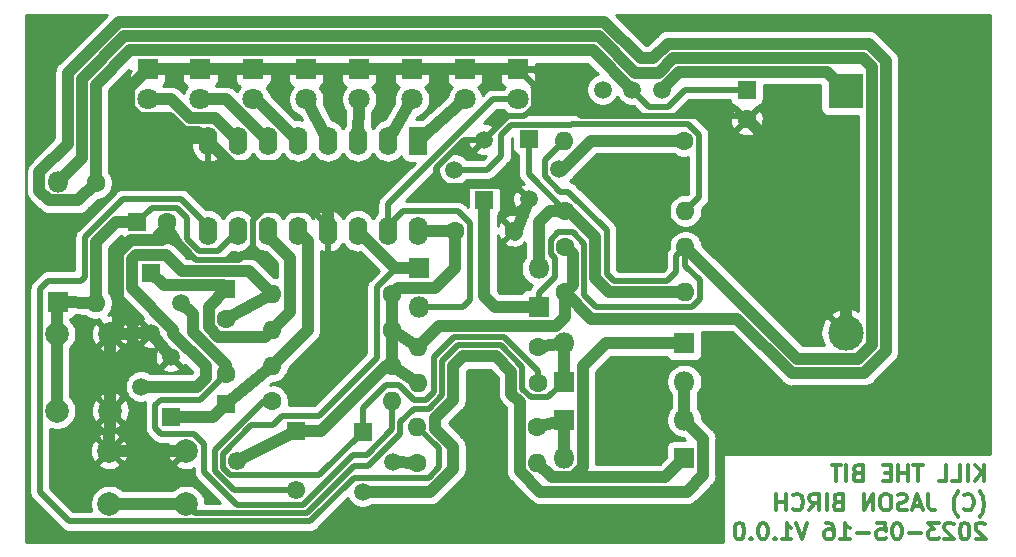
<source format=gbr>
G04 #@! TF.GenerationSoftware,KiCad,Pcbnew,5.1.9+dfsg1-1~bpo10+1~rpt1*
G04 #@! TF.CreationDate,2023-12-07T15:42:05+00:00*
G04 #@! TF.ProjectId,KILL_THE_BIT_LOGIC,4b494c4c-5f54-4484-955f-4249545f4c4f,rev?*
G04 #@! TF.SameCoordinates,Original*
G04 #@! TF.FileFunction,Copper,L2,Bot*
G04 #@! TF.FilePolarity,Positive*
%FSLAX46Y46*%
G04 Gerber Fmt 4.6, Leading zero omitted, Abs format (unit mm)*
G04 Created by KiCad (PCBNEW 5.1.9+dfsg1-1~bpo10+1~rpt1) date 2023-12-07 15:42:05*
%MOMM*%
%LPD*%
G01*
G04 APERTURE LIST*
G04 #@! TA.AperFunction,NonConductor*
%ADD10C,0.350000*%
G04 #@! TD*
G04 #@! TA.AperFunction,ComponentPad*
%ADD11C,1.500000*%
G04 #@! TD*
G04 #@! TA.AperFunction,ComponentPad*
%ADD12C,3.000000*%
G04 #@! TD*
G04 #@! TA.AperFunction,ComponentPad*
%ADD13R,3.000000X3.000000*%
G04 #@! TD*
G04 #@! TA.AperFunction,ComponentPad*
%ADD14R,1.600000X1.600000*%
G04 #@! TD*
G04 #@! TA.AperFunction,ComponentPad*
%ADD15C,1.600000*%
G04 #@! TD*
G04 #@! TA.AperFunction,ComponentPad*
%ADD16O,1.800000X1.800000*%
G04 #@! TD*
G04 #@! TA.AperFunction,ComponentPad*
%ADD17R,1.800000X1.800000*%
G04 #@! TD*
G04 #@! TA.AperFunction,ComponentPad*
%ADD18C,1.800000*%
G04 #@! TD*
G04 #@! TA.AperFunction,ComponentPad*
%ADD19R,1.500000X1.500000*%
G04 #@! TD*
G04 #@! TA.AperFunction,ComponentPad*
%ADD20O,1.600000X1.600000*%
G04 #@! TD*
G04 #@! TA.AperFunction,ComponentPad*
%ADD21C,2.000000*%
G04 #@! TD*
G04 #@! TA.AperFunction,ComponentPad*
%ADD22R,1.600000X2.400000*%
G04 #@! TD*
G04 #@! TA.AperFunction,ComponentPad*
%ADD23O,1.600000X2.400000*%
G04 #@! TD*
G04 #@! TA.AperFunction,ComponentPad*
%ADD24C,1.550000*%
G04 #@! TD*
G04 #@! TA.AperFunction,ComponentPad*
%ADD25R,1.550000X1.550000*%
G04 #@! TD*
G04 #@! TA.AperFunction,Conductor*
%ADD26C,1.000000*%
G04 #@! TD*
G04 #@! TA.AperFunction,Conductor*
%ADD27C,0.500000*%
G04 #@! TD*
G04 #@! TA.AperFunction,Conductor*
%ADD28C,0.254000*%
G04 #@! TD*
G04 #@! TA.AperFunction,Conductor*
%ADD29C,0.100000*%
G04 #@! TD*
G04 APERTURE END LIST*
D10*
X186819166Y-110193833D02*
X186819166Y-108793833D01*
X186019166Y-110193833D02*
X186619166Y-109393833D01*
X186019166Y-108793833D02*
X186819166Y-109593833D01*
X185419166Y-110193833D02*
X185419166Y-108793833D01*
X184085833Y-110193833D02*
X184752500Y-110193833D01*
X184752500Y-108793833D01*
X182952500Y-110193833D02*
X183619166Y-110193833D01*
X183619166Y-108793833D01*
X181619166Y-108793833D02*
X180819166Y-108793833D01*
X181219166Y-110193833D02*
X181219166Y-108793833D01*
X180352500Y-110193833D02*
X180352500Y-108793833D01*
X180352500Y-109460500D02*
X179552500Y-109460500D01*
X179552500Y-110193833D02*
X179552500Y-108793833D01*
X178885833Y-109460500D02*
X178419166Y-109460500D01*
X178219166Y-110193833D02*
X178885833Y-110193833D01*
X178885833Y-108793833D01*
X178219166Y-108793833D01*
X176085833Y-109460500D02*
X175885833Y-109527166D01*
X175819166Y-109593833D01*
X175752500Y-109727166D01*
X175752500Y-109927166D01*
X175819166Y-110060500D01*
X175885833Y-110127166D01*
X176019166Y-110193833D01*
X176552500Y-110193833D01*
X176552500Y-108793833D01*
X176085833Y-108793833D01*
X175952500Y-108860500D01*
X175885833Y-108927166D01*
X175819166Y-109060500D01*
X175819166Y-109193833D01*
X175885833Y-109327166D01*
X175952500Y-109393833D01*
X176085833Y-109460500D01*
X176552500Y-109460500D01*
X175152500Y-110193833D02*
X175152500Y-108793833D01*
X174685833Y-108793833D02*
X173885833Y-108793833D01*
X174285833Y-110193833D02*
X174285833Y-108793833D01*
X186419166Y-113177166D02*
X186485833Y-113110500D01*
X186619166Y-112910500D01*
X186685833Y-112777166D01*
X186752500Y-112577166D01*
X186819166Y-112243833D01*
X186819166Y-111977166D01*
X186752500Y-111643833D01*
X186685833Y-111443833D01*
X186619166Y-111310500D01*
X186485833Y-111110500D01*
X186419166Y-111043833D01*
X185085833Y-112510500D02*
X185152500Y-112577166D01*
X185352500Y-112643833D01*
X185485833Y-112643833D01*
X185685833Y-112577166D01*
X185819166Y-112443833D01*
X185885833Y-112310500D01*
X185952500Y-112043833D01*
X185952500Y-111843833D01*
X185885833Y-111577166D01*
X185819166Y-111443833D01*
X185685833Y-111310500D01*
X185485833Y-111243833D01*
X185352500Y-111243833D01*
X185152500Y-111310500D01*
X185085833Y-111377166D01*
X184619166Y-113177166D02*
X184552500Y-113110500D01*
X184419166Y-112910500D01*
X184352500Y-112777166D01*
X184285833Y-112577166D01*
X184219166Y-112243833D01*
X184219166Y-111977166D01*
X184285833Y-111643833D01*
X184352500Y-111443833D01*
X184419166Y-111310500D01*
X184552500Y-111110500D01*
X184619166Y-111043833D01*
X182085833Y-111243833D02*
X182085833Y-112243833D01*
X182152500Y-112443833D01*
X182285833Y-112577166D01*
X182485833Y-112643833D01*
X182619166Y-112643833D01*
X181485833Y-112243833D02*
X180819166Y-112243833D01*
X181619166Y-112643833D02*
X181152500Y-111243833D01*
X180685833Y-112643833D01*
X180285833Y-112577166D02*
X180085833Y-112643833D01*
X179752500Y-112643833D01*
X179619166Y-112577166D01*
X179552500Y-112510500D01*
X179485833Y-112377166D01*
X179485833Y-112243833D01*
X179552500Y-112110500D01*
X179619166Y-112043833D01*
X179752500Y-111977166D01*
X180019166Y-111910500D01*
X180152500Y-111843833D01*
X180219166Y-111777166D01*
X180285833Y-111643833D01*
X180285833Y-111510500D01*
X180219166Y-111377166D01*
X180152500Y-111310500D01*
X180019166Y-111243833D01*
X179685833Y-111243833D01*
X179485833Y-111310500D01*
X178619166Y-111243833D02*
X178352500Y-111243833D01*
X178219166Y-111310500D01*
X178085833Y-111443833D01*
X178019166Y-111710500D01*
X178019166Y-112177166D01*
X178085833Y-112443833D01*
X178219166Y-112577166D01*
X178352500Y-112643833D01*
X178619166Y-112643833D01*
X178752500Y-112577166D01*
X178885833Y-112443833D01*
X178952500Y-112177166D01*
X178952500Y-111710500D01*
X178885833Y-111443833D01*
X178752500Y-111310500D01*
X178619166Y-111243833D01*
X177419166Y-112643833D02*
X177419166Y-111243833D01*
X176619166Y-112643833D01*
X176619166Y-111243833D01*
X174419166Y-111910500D02*
X174219166Y-111977166D01*
X174152500Y-112043833D01*
X174085833Y-112177166D01*
X174085833Y-112377166D01*
X174152500Y-112510500D01*
X174219166Y-112577166D01*
X174352500Y-112643833D01*
X174885833Y-112643833D01*
X174885833Y-111243833D01*
X174419166Y-111243833D01*
X174285833Y-111310500D01*
X174219166Y-111377166D01*
X174152500Y-111510500D01*
X174152500Y-111643833D01*
X174219166Y-111777166D01*
X174285833Y-111843833D01*
X174419166Y-111910500D01*
X174885833Y-111910500D01*
X173485833Y-112643833D02*
X173485833Y-111243833D01*
X172019166Y-112643833D02*
X172485833Y-111977166D01*
X172819166Y-112643833D02*
X172819166Y-111243833D01*
X172285833Y-111243833D01*
X172152500Y-111310500D01*
X172085833Y-111377166D01*
X172019166Y-111510500D01*
X172019166Y-111710500D01*
X172085833Y-111843833D01*
X172152500Y-111910500D01*
X172285833Y-111977166D01*
X172819166Y-111977166D01*
X170619166Y-112510500D02*
X170685833Y-112577166D01*
X170885833Y-112643833D01*
X171019166Y-112643833D01*
X171219166Y-112577166D01*
X171352500Y-112443833D01*
X171419166Y-112310500D01*
X171485833Y-112043833D01*
X171485833Y-111843833D01*
X171419166Y-111577166D01*
X171352500Y-111443833D01*
X171219166Y-111310500D01*
X171019166Y-111243833D01*
X170885833Y-111243833D01*
X170685833Y-111310500D01*
X170619166Y-111377166D01*
X170019166Y-112643833D02*
X170019166Y-111243833D01*
X170019166Y-111910500D02*
X169219166Y-111910500D01*
X169219166Y-112643833D02*
X169219166Y-111243833D01*
X186885833Y-113827166D02*
X186819166Y-113760500D01*
X186685833Y-113693833D01*
X186352500Y-113693833D01*
X186219166Y-113760500D01*
X186152500Y-113827166D01*
X186085833Y-113960500D01*
X186085833Y-114093833D01*
X186152500Y-114293833D01*
X186952500Y-115093833D01*
X186085833Y-115093833D01*
X185219166Y-113693833D02*
X185085833Y-113693833D01*
X184952500Y-113760500D01*
X184885833Y-113827166D01*
X184819166Y-113960500D01*
X184752500Y-114227166D01*
X184752500Y-114560500D01*
X184819166Y-114827166D01*
X184885833Y-114960500D01*
X184952500Y-115027166D01*
X185085833Y-115093833D01*
X185219166Y-115093833D01*
X185352500Y-115027166D01*
X185419166Y-114960500D01*
X185485833Y-114827166D01*
X185552500Y-114560500D01*
X185552500Y-114227166D01*
X185485833Y-113960500D01*
X185419166Y-113827166D01*
X185352500Y-113760500D01*
X185219166Y-113693833D01*
X184219166Y-113827166D02*
X184152500Y-113760500D01*
X184019166Y-113693833D01*
X183685833Y-113693833D01*
X183552500Y-113760500D01*
X183485833Y-113827166D01*
X183419166Y-113960500D01*
X183419166Y-114093833D01*
X183485833Y-114293833D01*
X184285833Y-115093833D01*
X183419166Y-115093833D01*
X182952500Y-113693833D02*
X182085833Y-113693833D01*
X182552500Y-114227166D01*
X182352500Y-114227166D01*
X182219166Y-114293833D01*
X182152500Y-114360500D01*
X182085833Y-114493833D01*
X182085833Y-114827166D01*
X182152500Y-114960500D01*
X182219166Y-115027166D01*
X182352500Y-115093833D01*
X182752500Y-115093833D01*
X182885833Y-115027166D01*
X182952500Y-114960500D01*
X181485833Y-114560500D02*
X180419166Y-114560500D01*
X179485833Y-113693833D02*
X179352500Y-113693833D01*
X179219166Y-113760500D01*
X179152500Y-113827166D01*
X179085833Y-113960500D01*
X179019166Y-114227166D01*
X179019166Y-114560500D01*
X179085833Y-114827166D01*
X179152500Y-114960500D01*
X179219166Y-115027166D01*
X179352500Y-115093833D01*
X179485833Y-115093833D01*
X179619166Y-115027166D01*
X179685833Y-114960500D01*
X179752500Y-114827166D01*
X179819166Y-114560500D01*
X179819166Y-114227166D01*
X179752500Y-113960500D01*
X179685833Y-113827166D01*
X179619166Y-113760500D01*
X179485833Y-113693833D01*
X177752500Y-113693833D02*
X178419166Y-113693833D01*
X178485833Y-114360500D01*
X178419166Y-114293833D01*
X178285833Y-114227166D01*
X177952500Y-114227166D01*
X177819166Y-114293833D01*
X177752500Y-114360500D01*
X177685833Y-114493833D01*
X177685833Y-114827166D01*
X177752500Y-114960500D01*
X177819166Y-115027166D01*
X177952500Y-115093833D01*
X178285833Y-115093833D01*
X178419166Y-115027166D01*
X178485833Y-114960500D01*
X177085833Y-114560500D02*
X176019166Y-114560500D01*
X174619166Y-115093833D02*
X175419166Y-115093833D01*
X175019166Y-115093833D02*
X175019166Y-113693833D01*
X175152500Y-113893833D01*
X175285833Y-114027166D01*
X175419166Y-114093833D01*
X173419166Y-113693833D02*
X173685833Y-113693833D01*
X173819166Y-113760500D01*
X173885833Y-113827166D01*
X174019166Y-114027166D01*
X174085833Y-114293833D01*
X174085833Y-114827166D01*
X174019166Y-114960500D01*
X173952500Y-115027166D01*
X173819166Y-115093833D01*
X173552500Y-115093833D01*
X173419166Y-115027166D01*
X173352500Y-114960500D01*
X173285833Y-114827166D01*
X173285833Y-114493833D01*
X173352500Y-114360500D01*
X173419166Y-114293833D01*
X173552500Y-114227166D01*
X173819166Y-114227166D01*
X173952500Y-114293833D01*
X174019166Y-114360500D01*
X174085833Y-114493833D01*
X171819166Y-113693833D02*
X171352500Y-115093833D01*
X170885833Y-113693833D01*
X169685833Y-115093833D02*
X170485833Y-115093833D01*
X170085833Y-115093833D02*
X170085833Y-113693833D01*
X170219166Y-113893833D01*
X170352500Y-114027166D01*
X170485833Y-114093833D01*
X169085833Y-114960500D02*
X169019166Y-115027166D01*
X169085833Y-115093833D01*
X169152500Y-115027166D01*
X169085833Y-114960500D01*
X169085833Y-115093833D01*
X168152500Y-113693833D02*
X168019166Y-113693833D01*
X167885833Y-113760500D01*
X167819166Y-113827166D01*
X167752500Y-113960500D01*
X167685833Y-114227166D01*
X167685833Y-114560500D01*
X167752500Y-114827166D01*
X167819166Y-114960500D01*
X167885833Y-115027166D01*
X168019166Y-115093833D01*
X168152500Y-115093833D01*
X168285833Y-115027166D01*
X168352500Y-114960500D01*
X168419166Y-114827166D01*
X168485833Y-114560500D01*
X168485833Y-114227166D01*
X168419166Y-113960500D01*
X168352500Y-113827166D01*
X168285833Y-113760500D01*
X168152500Y-113693833D01*
X167085833Y-114960500D02*
X167019166Y-115027166D01*
X167085833Y-115093833D01*
X167152500Y-115027166D01*
X167085833Y-114960500D01*
X167085833Y-115093833D01*
X166152500Y-113693833D02*
X166019166Y-113693833D01*
X165885833Y-113760500D01*
X165819166Y-113827166D01*
X165752500Y-113960500D01*
X165685833Y-114227166D01*
X165685833Y-114560500D01*
X165752500Y-114827166D01*
X165819166Y-114960500D01*
X165885833Y-115027166D01*
X166019166Y-115093833D01*
X166152500Y-115093833D01*
X166285833Y-115027166D01*
X166352500Y-114960500D01*
X166419166Y-114827166D01*
X166485833Y-114560500D01*
X166485833Y-114227166D01*
X166419166Y-113960500D01*
X166352500Y-113827166D01*
X166285833Y-113760500D01*
X166152500Y-113693833D01*
D11*
X159500000Y-77030000D03*
X157000000Y-77030000D03*
X154500000Y-77030000D03*
D12*
X175090166Y-97615001D03*
D13*
X175090166Y-77125001D03*
D14*
X166690000Y-77030000D03*
D15*
X166690000Y-79530000D03*
X147010000Y-88950000D03*
X142010000Y-88950000D03*
X122660000Y-96430000D03*
D14*
X122660000Y-93930000D03*
X122610000Y-103620000D03*
D15*
X122610000Y-101120000D03*
X117590000Y-88260000D03*
D14*
X115090000Y-88260000D03*
D16*
X108410000Y-84800000D03*
D17*
X108410000Y-94960000D03*
X138940000Y-92150000D03*
D16*
X149100000Y-92150000D03*
X151250000Y-98500000D03*
D17*
X161410000Y-98500000D03*
D18*
X147330000Y-77830000D03*
D17*
X147330000Y-75290000D03*
X142851429Y-75290000D03*
D18*
X142851429Y-77830000D03*
X138372858Y-77830000D03*
D17*
X138372858Y-75290000D03*
X133894287Y-75290000D03*
D18*
X133894287Y-77830000D03*
X129415716Y-77830000D03*
D17*
X129415716Y-75290000D03*
X124937145Y-75290000D03*
D18*
X124937145Y-77830000D03*
D17*
X120458574Y-75290000D03*
D18*
X120458574Y-77830000D03*
X115980003Y-77830000D03*
D17*
X115980003Y-75290000D03*
D16*
X161410000Y-101743333D03*
D17*
X151250000Y-101743333D03*
D16*
X151250000Y-108229999D03*
D17*
X161410000Y-108229999D03*
X151250000Y-104986666D03*
D16*
X161410000Y-104986666D03*
D17*
X149120000Y-95410000D03*
D16*
X138960000Y-95410000D03*
D11*
X141950000Y-83800000D03*
X144490000Y-81260000D03*
D19*
X144490000Y-86340000D03*
D11*
X118810000Y-95050000D03*
X116270000Y-97590000D03*
D19*
X116270000Y-92510000D03*
X148250000Y-81220000D03*
D11*
X148250000Y-86300000D03*
X150790000Y-83760000D03*
D19*
X117970000Y-104700000D03*
D11*
X117970000Y-99620000D03*
X115430000Y-102160000D03*
D19*
X134190000Y-105980000D03*
D11*
X134190000Y-111060000D03*
X136730000Y-108520000D03*
D20*
X161520000Y-90330000D03*
D15*
X151360000Y-90330000D03*
D20*
X151240000Y-81370000D03*
D15*
X161400000Y-81370000D03*
D20*
X126530000Y-97346668D03*
D15*
X136690000Y-97346668D03*
D20*
X126530000Y-94310002D03*
D15*
X136690000Y-94310002D03*
X151360000Y-87270000D03*
D20*
X161520000Y-87270000D03*
D15*
X126530000Y-103420000D03*
D20*
X136690000Y-103420000D03*
D15*
X151350000Y-94190000D03*
D20*
X161510000Y-94190000D03*
X126530000Y-100383334D03*
D15*
X136690000Y-100383334D03*
X149030000Y-98790000D03*
D20*
X138870000Y-98790000D03*
D15*
X111620000Y-84900000D03*
D20*
X111620000Y-95060000D03*
D15*
X149030000Y-101820000D03*
D20*
X138870000Y-101820000D03*
X148970000Y-108590000D03*
D15*
X138810000Y-108590000D03*
D20*
X138810000Y-105560000D03*
D15*
X148970000Y-105560000D03*
D21*
X112810000Y-104200000D03*
X108310000Y-104200000D03*
X112810000Y-97700000D03*
X108310000Y-97700000D03*
X112740000Y-112090000D03*
X112740000Y-107590000D03*
X119240000Y-112090000D03*
X119240000Y-107590000D03*
D22*
X138870000Y-81360000D03*
D23*
X121090000Y-88980000D03*
X136330000Y-81360000D03*
X123630000Y-88980000D03*
X133790000Y-81360000D03*
X126170000Y-88980000D03*
X131250000Y-81360000D03*
X128710000Y-88980000D03*
X128710000Y-81360000D03*
X131250000Y-88980000D03*
X126170000Y-81360000D03*
X133790000Y-88980000D03*
X123630000Y-81360000D03*
X136330000Y-88980000D03*
X121090000Y-81360000D03*
X138870000Y-88980000D03*
D24*
X128580000Y-110940000D03*
D25*
X128580000Y-105940000D03*
D24*
X123580000Y-108440000D03*
D26*
X115980003Y-75290000D02*
X120458574Y-75290000D01*
X120458574Y-75290000D02*
X124937145Y-75290000D01*
X114380002Y-76890001D02*
X114380002Y-78598001D01*
X115980003Y-75290000D02*
X114380002Y-76890001D01*
X124937145Y-75290000D02*
X129415716Y-75290000D01*
X129415716Y-75290000D02*
X133894287Y-75290000D01*
X133894287Y-75290000D02*
X138372858Y-75290000D01*
X147330000Y-75290000D02*
X142851429Y-75290000D01*
X142851429Y-75290000D02*
X138372858Y-75290000D01*
X117970000Y-99620000D02*
X116270000Y-97590000D01*
X131250000Y-88580000D02*
X131250000Y-88980000D01*
X131250000Y-86440000D02*
X131250000Y-88580000D01*
X123198666Y-83450000D02*
X128260000Y-83450000D01*
X128260000Y-83450000D02*
X131250000Y-86440000D01*
X121090000Y-81360000D02*
X121108666Y-81360000D01*
X121108666Y-81360000D02*
X123198666Y-83450000D01*
X120210011Y-80630011D02*
X119062940Y-80630010D01*
X121090000Y-81360000D02*
X120940000Y-81360000D01*
X120940000Y-81360000D02*
X120210011Y-80630011D01*
X115212002Y-79430001D02*
X114380002Y-78598001D01*
X117862931Y-79430001D02*
X115212002Y-79430001D01*
X119062940Y-80630010D02*
X117862931Y-79430001D01*
X112810000Y-104200000D02*
X112810000Y-97700000D01*
X116270000Y-97590000D02*
X112810000Y-97700000D01*
D27*
X129905000Y-87235000D02*
X131250000Y-88580000D01*
X124919990Y-90240010D02*
X124919990Y-88062229D01*
X123730010Y-91429990D02*
X124919990Y-90240010D01*
X124919990Y-88062229D02*
X125747219Y-87235000D01*
X120073506Y-91429990D02*
X123730010Y-91429990D01*
X119360000Y-90716484D02*
X120073506Y-91429990D01*
X125747219Y-87235000D02*
X129905000Y-87235000D01*
X119360000Y-90666483D02*
X119360000Y-90716484D01*
X118803506Y-90109989D02*
X119360000Y-90666483D01*
X117590000Y-88260000D02*
X118803506Y-90109989D01*
D26*
X117590000Y-89391370D02*
X117590000Y-88260000D01*
X113479992Y-90842936D02*
X114562927Y-89760001D01*
X117221369Y-89760001D02*
X117590000Y-89391370D01*
X114562927Y-89760001D02*
X117221369Y-89760001D01*
X112810000Y-97700000D02*
X113479992Y-97030008D01*
X113479992Y-97030008D02*
X113479992Y-90842936D01*
X148250000Y-86300000D02*
X147060000Y-89300000D01*
D27*
X147500001Y-85550001D02*
X148250000Y-86300000D01*
X142769964Y-81260000D02*
X140370000Y-83659964D01*
X144490000Y-81260000D02*
X142769964Y-81260000D01*
X140370000Y-83659964D02*
X140370000Y-84630000D01*
X140879999Y-85139999D02*
X147089999Y-85139999D01*
X140370000Y-84630000D02*
X140879999Y-85139999D01*
X147089999Y-85139999D02*
X147500001Y-85550001D01*
X148680001Y-76640001D02*
X147330000Y-75290000D01*
X148680001Y-78478001D02*
X148680001Y-76640001D01*
X147868002Y-79290000D02*
X148680001Y-78478001D01*
X144490000Y-81260000D02*
X146460000Y-79290000D01*
X146460000Y-79290000D02*
X147868002Y-79290000D01*
D26*
X166700332Y-79530000D02*
X166690000Y-79530000D01*
X175090166Y-97615001D02*
X175090166Y-87919834D01*
X175090166Y-87919834D02*
X166700332Y-79530000D01*
D27*
X166420000Y-79260000D02*
X166690000Y-79530000D01*
X152700000Y-79260000D02*
X166420000Y-79260000D01*
X147330000Y-75290000D02*
X148730000Y-75290000D01*
X148730000Y-75290000D02*
X152700000Y-79260000D01*
D26*
X119240000Y-107590000D02*
X112740000Y-107590000D01*
X112740000Y-107590000D02*
X112810000Y-104200000D01*
X160249999Y-76280001D02*
X159500000Y-77030000D01*
X161000001Y-75529999D02*
X160249999Y-76280001D01*
X175090166Y-77125001D02*
X173495164Y-75529999D01*
X173495164Y-75529999D02*
X161000001Y-75529999D01*
X136690000Y-94310002D02*
X136690000Y-97346668D01*
X136690000Y-97346668D02*
X136690000Y-100383334D01*
X136690000Y-97346668D02*
X138870000Y-98790000D01*
X136690000Y-100383334D02*
X138870000Y-101820000D01*
X153659999Y-73689999D02*
X114520002Y-73689999D01*
X111620000Y-83768630D02*
X111620000Y-84900000D01*
X111620000Y-76590001D02*
X111620000Y-83768630D01*
X114520002Y-73689999D02*
X111620000Y-76590001D01*
X157000000Y-77030000D02*
X153659999Y-73689999D01*
X123580000Y-108440000D02*
X128580000Y-105940000D01*
X151990000Y-90960000D02*
X151360000Y-90330000D01*
X151350000Y-94190000D02*
X151990000Y-93550000D01*
X151990000Y-93550000D02*
X151990000Y-90960000D01*
X140350002Y-93800000D02*
X137200002Y-93800000D01*
X142000000Y-92150002D02*
X140350002Y-93800000D01*
X142000000Y-88990000D02*
X142000000Y-92150002D01*
X138870000Y-88980000D02*
X141990000Y-88980000D01*
X137200002Y-93800000D02*
X136690000Y-94310002D01*
X141990000Y-88980000D02*
X142000000Y-88990000D01*
X151350000Y-95321370D02*
X151350000Y-94190000D01*
X151350000Y-96240002D02*
X151350000Y-95321370D01*
X150580001Y-97010001D02*
X151350000Y-96240002D01*
X140649999Y-97010001D02*
X150580001Y-97010001D01*
X138870000Y-98790000D02*
X140649999Y-97010001D01*
D27*
X161460000Y-77030000D02*
X166690000Y-77030000D01*
X160009999Y-78480001D02*
X161460000Y-77030000D01*
X157000000Y-77030000D02*
X158450001Y-78480001D01*
X158450001Y-78480001D02*
X160009999Y-78480001D01*
D26*
X153560000Y-96400000D02*
X151350000Y-94190000D01*
X165892929Y-96400000D02*
X153560000Y-96400000D01*
X170507940Y-101015011D02*
X165892929Y-96400000D01*
X176643227Y-101015013D02*
X170507940Y-101015011D01*
X178490178Y-99168062D02*
X176643227Y-101015013D01*
X158755871Y-74379989D02*
X160005880Y-73129980D01*
X109219979Y-81622019D02*
X109219979Y-75595881D01*
X106809999Y-85568001D02*
X106809999Y-84031999D01*
X106809999Y-84031999D02*
X109219979Y-81622019D01*
X107641999Y-86400001D02*
X106809999Y-85568001D01*
X111620000Y-84900000D02*
X110119999Y-86400001D01*
X110119999Y-86400001D02*
X107641999Y-86400001D01*
X109219979Y-75595881D02*
X113525880Y-71289980D01*
X113525880Y-71289980D02*
X154654121Y-71289981D01*
X157744129Y-74379989D02*
X158755871Y-74379989D01*
X154654121Y-71289981D02*
X157744129Y-74379989D01*
X160005880Y-73129980D02*
X177052218Y-73129980D01*
X177052218Y-73129980D02*
X178490177Y-74567939D01*
X178490176Y-96061938D02*
X178490178Y-96061940D01*
X178490177Y-74567939D02*
X178490176Y-96061938D01*
X178490178Y-96061940D02*
X178490178Y-99168062D01*
X136680000Y-100393334D02*
X136690000Y-100383334D01*
X136166666Y-100393334D02*
X136680000Y-100393334D01*
X128580000Y-105940000D02*
X130620000Y-105940000D01*
X130620000Y-105940000D02*
X136166666Y-100393334D01*
X122660000Y-96430000D02*
X126530000Y-94310002D01*
X120900000Y-100403998D02*
X120900000Y-101450000D01*
X118170000Y-97343998D02*
X118170000Y-97673998D01*
X114680001Y-93853999D02*
X118170000Y-97343998D01*
X118170000Y-97673998D02*
X120900000Y-100403998D01*
X124599998Y-92380000D02*
X118860000Y-92380000D01*
X114680001Y-91339997D02*
X114680001Y-93853999D01*
X126530000Y-94310002D02*
X124599998Y-92380000D01*
X120190000Y-102160000D02*
X115430000Y-102160000D01*
X120900000Y-101450000D02*
X120190000Y-102160000D01*
X118860000Y-92380000D02*
X117539999Y-91059999D01*
X117539999Y-91059999D02*
X114959999Y-91059999D01*
X114959999Y-91059999D02*
X114680001Y-91339997D01*
X128030001Y-91240001D02*
X126170000Y-89380000D01*
X128030001Y-95846667D02*
X128030001Y-91240001D01*
X126170000Y-89380000D02*
X126170000Y-88980000D01*
X126530000Y-97346668D02*
X128030001Y-95846667D01*
X121159999Y-95430001D02*
X122660000Y-93930000D01*
X121159999Y-97150001D02*
X121159999Y-95430001D01*
X121939999Y-97930001D02*
X121159999Y-97150001D01*
X126530000Y-97346668D02*
X125946667Y-97930001D01*
X125946667Y-97930001D02*
X121939999Y-97930001D01*
X122329999Y-93599999D02*
X122660000Y-93930000D01*
X116270000Y-92510000D02*
X117359999Y-93599999D01*
X117359999Y-93599999D02*
X122329999Y-93599999D01*
X126530000Y-100383334D02*
X122610000Y-103620000D01*
X129540000Y-89810000D02*
X128710000Y-88980000D01*
X126530000Y-100383334D02*
X129540000Y-97373334D01*
X129540000Y-97373334D02*
X129540000Y-89810000D01*
X121530000Y-104700000D02*
X122610000Y-103620000D01*
X117970000Y-104700000D02*
X121530000Y-104700000D01*
X119800000Y-97550000D02*
X122610000Y-100360000D01*
X122610000Y-100360000D02*
X122610000Y-101120000D01*
X118810000Y-95050000D02*
X119800000Y-96040000D01*
X119800000Y-96040000D02*
X119800000Y-97550000D01*
D27*
X120440000Y-103290000D02*
X122610000Y-101120000D01*
X117100000Y-103290000D02*
X120440000Y-103290000D01*
X116640000Y-103750000D02*
X117100000Y-103290000D01*
X117099997Y-106139999D02*
X116640000Y-105680002D01*
X116640000Y-105680002D02*
X116640000Y-103750000D01*
X136690000Y-103420000D02*
X136690000Y-105790002D01*
X134550002Y-107930000D02*
X133403002Y-107930000D01*
X133403002Y-107930000D02*
X129168001Y-112165001D01*
X119936001Y-106139999D02*
X117099997Y-106139999D01*
X120780000Y-106983998D02*
X119936001Y-106139999D01*
X120780000Y-109432928D02*
X120780000Y-106983998D01*
X136690000Y-105790002D02*
X134550002Y-107930000D01*
X123512073Y-112165001D02*
X120780000Y-109432928D01*
X129168001Y-112165001D02*
X123512073Y-112165001D01*
D26*
X108310000Y-104200000D02*
X108310000Y-97700000D01*
X108310000Y-95060000D02*
X108410000Y-94960000D01*
X108310000Y-97700000D02*
X108310000Y-95060000D01*
X108410000Y-94960000D02*
X111620000Y-95060000D01*
X113290000Y-88260000D02*
X115090000Y-88260000D01*
X111620000Y-89930000D02*
X113290000Y-88260000D01*
X111620000Y-95060000D02*
X111620000Y-89930000D01*
D27*
X116340001Y-87009999D02*
X115090000Y-88260000D01*
X121950000Y-90660000D02*
X120343479Y-90660000D01*
X120343479Y-90660000D02*
X119349365Y-89665886D01*
X123630000Y-88980000D02*
X121950000Y-90660000D01*
X119349365Y-87889365D02*
X118469999Y-87009999D01*
X119349365Y-89665886D02*
X119349365Y-87889365D01*
X118469999Y-87009999D02*
X116340001Y-87009999D01*
D26*
X171005000Y-99815000D02*
X161520000Y-90330000D01*
X176146167Y-99815002D02*
X171005000Y-99815000D01*
X177290166Y-98671003D02*
X176146167Y-99815002D01*
X177290166Y-75064999D02*
X177290166Y-98671003D01*
X176555157Y-74329989D02*
X177290166Y-75064999D01*
X160502941Y-74329989D02*
X176555157Y-74329989D01*
X159252931Y-75579999D02*
X160502941Y-74329989D01*
X108410000Y-84800000D02*
X110419990Y-82790010D01*
X110419990Y-82790010D02*
X110419990Y-76092941D01*
X110419990Y-76092941D02*
X114022940Y-72489991D01*
X114022940Y-72489991D02*
X154157060Y-72489990D01*
X154157060Y-72489990D02*
X157247069Y-75579999D01*
X157247069Y-75579999D02*
X159252931Y-75579999D01*
D27*
X149589999Y-83020001D02*
X151240000Y-81370000D01*
X149589999Y-84336001D02*
X149589999Y-83020001D01*
X150903998Y-85650000D02*
X149589999Y-84336001D01*
X151590002Y-85650000D02*
X150903998Y-85650000D01*
X154840030Y-88900028D02*
X151590002Y-85650000D01*
X160720001Y-91129999D02*
X160720001Y-92479999D01*
X154840030Y-92606494D02*
X154840030Y-88900028D01*
X161520000Y-90330000D02*
X160720001Y-91129999D01*
X160720001Y-92479999D02*
X159960010Y-93239990D01*
X159960010Y-93239990D02*
X155473526Y-93239990D01*
X155473526Y-93239990D02*
X154840030Y-92606494D01*
X149130000Y-94230000D02*
X149120000Y-95410000D01*
X150450001Y-92909999D02*
X149130000Y-94230000D01*
X150109999Y-89729999D02*
X150109999Y-90939999D01*
X150759999Y-89079999D02*
X150109999Y-89729999D01*
X151960001Y-89079999D02*
X150759999Y-89079999D01*
X152940010Y-90060008D02*
X151960001Y-89079999D01*
X152940010Y-94436494D02*
X152940010Y-90060008D01*
X153943517Y-95440001D02*
X152940010Y-94436494D01*
X150109999Y-90939999D02*
X150450001Y-91280001D01*
X162110001Y-95440001D02*
X153943517Y-95440001D01*
X150450001Y-91280001D02*
X150450001Y-92909999D01*
X162770001Y-94780001D02*
X162110001Y-95440001D01*
X162770001Y-93170001D02*
X162770001Y-94780001D01*
X161520000Y-91920000D02*
X162770001Y-93170001D01*
X161520000Y-90330000D02*
X161520000Y-91920000D01*
D26*
X145370000Y-95410000D02*
X149120000Y-95410000D01*
X144490000Y-86340000D02*
X144490000Y-94530000D01*
X144490000Y-94530000D02*
X145370000Y-95410000D01*
X136960000Y-92150000D02*
X138940000Y-92150000D01*
X133790000Y-88980000D02*
X136960000Y-92150000D01*
D27*
X130504999Y-109665001D02*
X134190000Y-105980000D01*
X122354999Y-109028001D02*
X122991999Y-109665001D01*
X122354999Y-107851999D02*
X122354999Y-109028001D01*
X124766998Y-105440000D02*
X122354999Y-107851999D01*
X137000000Y-92150000D02*
X135380000Y-93770000D01*
X138940000Y-92150000D02*
X137000000Y-92150000D01*
X135380000Y-93770000D02*
X135380000Y-99720000D01*
X126560000Y-105440000D02*
X124766998Y-105440000D01*
X135380000Y-99720000D02*
X130460000Y-104640000D01*
X122991999Y-109665001D02*
X130504999Y-109665001D01*
X130460000Y-104640000D02*
X127360000Y-104640000D01*
X127360000Y-104640000D02*
X126560000Y-105440000D01*
X146150011Y-97960011D02*
X149030000Y-100840000D01*
X141939989Y-97960011D02*
X146150011Y-97960011D01*
X140210000Y-99690000D02*
X141939989Y-97960011D01*
X140210000Y-102620000D02*
X140210000Y-99690000D01*
X134190000Y-104010000D02*
X136140000Y-102060000D01*
X149030000Y-100840000D02*
X149030000Y-101820000D01*
X134190000Y-105980000D02*
X134190000Y-104010000D01*
X137259998Y-102060000D02*
X138519998Y-103320000D01*
X136140000Y-102060000D02*
X137259998Y-102060000D01*
X138519998Y-103320000D02*
X139510000Y-103320000D01*
X139510000Y-103320000D02*
X140210000Y-102620000D01*
D26*
X151360000Y-87270000D02*
X150070000Y-87270000D01*
X149100000Y-88240000D02*
X149100000Y-92150000D01*
X150070000Y-87270000D02*
X149100000Y-88240000D01*
D27*
X148250000Y-84160000D02*
X148250000Y-82470000D01*
X151360000Y-87270000D02*
X148250000Y-84160000D01*
X148250000Y-82470000D02*
X148250000Y-81220000D01*
D26*
X151690000Y-87270000D02*
X151360000Y-87270000D01*
X153890020Y-89470020D02*
X151690000Y-87270000D01*
X153890020Y-93000000D02*
X153890020Y-89470020D01*
X161510000Y-94190000D02*
X155080020Y-94190000D01*
X155080020Y-94190000D02*
X153890020Y-93000000D01*
X148970000Y-108590000D02*
X150210000Y-109830000D01*
X152850001Y-100429999D02*
X152850001Y-108998000D01*
X152018001Y-109830000D02*
X150210000Y-109830000D01*
X154780000Y-98500000D02*
X152850001Y-100429999D01*
X152850001Y-108998000D02*
X152018001Y-109830000D01*
X161410000Y-98500000D02*
X154780000Y-98500000D01*
X150210000Y-109830000D02*
X159809999Y-109830000D01*
X159809999Y-109830000D02*
X161410000Y-108229999D01*
X151250000Y-98500000D02*
X149030000Y-98790000D01*
X151250000Y-98500000D02*
X151250000Y-101743333D01*
X119750000Y-112080000D02*
X113040000Y-112090000D01*
D27*
X145860059Y-98660021D02*
X142239979Y-98660021D01*
X148429999Y-103070001D02*
X147720000Y-102360002D01*
X140910010Y-99989990D02*
X140910010Y-102909953D01*
X138499988Y-104020010D02*
X137390010Y-105129988D01*
X147720000Y-102360002D02*
X147720000Y-100519962D01*
X151250000Y-101743333D02*
X149923332Y-103070001D01*
X142239979Y-98660021D02*
X140910010Y-99989990D01*
X147720000Y-100519962D02*
X145860059Y-98660021D01*
X149923332Y-103070001D02*
X148429999Y-103070001D01*
X134670000Y-108860000D02*
X133462965Y-108860000D01*
X139799953Y-104020010D02*
X138499988Y-104020010D01*
X140910010Y-102909953D02*
X139799953Y-104020010D01*
X137390010Y-105129988D02*
X137390010Y-106139990D01*
X120015011Y-112865011D02*
X119240000Y-112090000D01*
X137390010Y-106139990D02*
X134670000Y-108860000D01*
X133462965Y-108860000D02*
X129457954Y-112865011D01*
X129457954Y-112865011D02*
X120015011Y-112865011D01*
X136330000Y-86710002D02*
X136330000Y-87280000D01*
X147330000Y-77830000D02*
X145210002Y-77830000D01*
X136330000Y-87280000D02*
X136330000Y-88980000D01*
X145210002Y-77830000D02*
X136330000Y-86710002D01*
X142660000Y-95410000D02*
X138960000Y-95410000D01*
X136330000Y-88580000D02*
X137580010Y-87329990D01*
X136330000Y-88980000D02*
X136330000Y-88580000D01*
X143260001Y-94809999D02*
X142660000Y-95410000D01*
X137580010Y-87329990D02*
X142239992Y-87329990D01*
X142239992Y-87329990D02*
X143260001Y-88349999D01*
X143260001Y-88349999D02*
X143260001Y-94809999D01*
D26*
X142851429Y-77830000D02*
X138870000Y-81360000D01*
X138372858Y-77830000D02*
X136330000Y-81360000D01*
X133894287Y-77830000D02*
X133790000Y-81360000D01*
X129415716Y-77830000D02*
X131250000Y-81360000D01*
X125180000Y-77830000D02*
X128710000Y-81360000D01*
X124937145Y-77830000D02*
X125180000Y-77830000D01*
X122640000Y-77830000D02*
X126170000Y-81360000D01*
X120458574Y-77830000D02*
X122640000Y-77830000D01*
X121700001Y-79430001D02*
X123630000Y-81360000D01*
X115980003Y-77830000D02*
X117960000Y-77830000D01*
X119560001Y-79430001D02*
X121700001Y-79430001D01*
X117960000Y-77830000D02*
X119560001Y-79430001D01*
X161410000Y-101743333D02*
X161410000Y-104986666D01*
X163010001Y-106586667D02*
X161410000Y-104986666D01*
X163010001Y-109690000D02*
X163010001Y-106586667D01*
X146769990Y-100913468D02*
X146769990Y-102753509D01*
X141860020Y-107266504D02*
X140310000Y-105716484D01*
X140310000Y-105716484D02*
X140310000Y-104853480D01*
X141860020Y-100429980D02*
X142679969Y-99610031D01*
X141860020Y-109123496D02*
X141860020Y-107266504D01*
X146769990Y-102753509D02*
X147469999Y-103453517D01*
X140310000Y-104853480D02*
X141860020Y-103303460D01*
X134190000Y-111060000D02*
X139923516Y-111060000D01*
X139923516Y-111060000D02*
X141860020Y-109123496D01*
X141860020Y-103303460D02*
X141860020Y-100429980D01*
X145466553Y-99610031D02*
X146769990Y-100913468D01*
X147469999Y-103453517D02*
X147469999Y-109310001D01*
X161640001Y-111060000D02*
X163010001Y-109690000D01*
X142679969Y-99610031D02*
X145466553Y-99610031D01*
X147469999Y-109310001D02*
X149219998Y-111060000D01*
X149219998Y-111060000D02*
X161640001Y-111060000D01*
X151250000Y-108229999D02*
X151250000Y-104986666D01*
X148970000Y-105560000D02*
X151250000Y-104986666D01*
D27*
X144740000Y-83800000D02*
X141950000Y-83800000D01*
X145930000Y-82610000D02*
X144740000Y-83800000D01*
X145930000Y-80830000D02*
X145930000Y-82610000D01*
X146769990Y-79990010D02*
X145930000Y-80830000D01*
X162650001Y-86139999D02*
X162650001Y-80850001D01*
X161520000Y-87270000D02*
X162650001Y-86139999D01*
X151879990Y-79960010D02*
X151849990Y-79990010D01*
X162650001Y-80850001D02*
X161760010Y-79960010D01*
X161760010Y-79960010D02*
X151879990Y-79960010D01*
X151849990Y-79990010D02*
X146769990Y-79990010D01*
D26*
X151150000Y-83760000D02*
X150790000Y-83760000D01*
X161400000Y-81370000D02*
X153540000Y-81370000D01*
X153540000Y-81370000D02*
X151150000Y-83760000D01*
X138810000Y-108590000D02*
X136730000Y-108520000D01*
D27*
X127483985Y-110940000D02*
X128580000Y-110940000D01*
X123277035Y-110940000D02*
X127483985Y-110940000D01*
X121654991Y-109317956D02*
X123277035Y-110940000D01*
X121654991Y-107562045D02*
X121654991Y-109317956D01*
X126530000Y-103420000D02*
X125797036Y-103420000D01*
X125797036Y-103420000D02*
X121654991Y-107562045D01*
X121090000Y-88580000D02*
X121090000Y-88980000D01*
X113926484Y-86280000D02*
X118790000Y-86280000D01*
X110669990Y-89536494D02*
X113926484Y-86280000D01*
X110669990Y-92850010D02*
X110669990Y-89536494D01*
X110330000Y-93190000D02*
X110669990Y-92850010D01*
X106859999Y-93899999D02*
X107569998Y-93190000D01*
X118790000Y-86280000D02*
X121090000Y-88580000D01*
X106859999Y-111089999D02*
X106859999Y-93899999D01*
X109335021Y-113565021D02*
X106859999Y-111089999D01*
X140630000Y-107380000D02*
X140630000Y-109010000D01*
X138810000Y-105560000D02*
X140630000Y-107380000D01*
X140630000Y-109010000D02*
X139780001Y-109859999D01*
X139780001Y-109859999D02*
X133452929Y-109859999D01*
X133452929Y-109859999D02*
X129747907Y-113565021D01*
X107569998Y-93190000D02*
X110330000Y-93190000D01*
X129747907Y-113565021D02*
X109335021Y-113565021D01*
D28*
X108456839Y-74753890D02*
X108413531Y-74789432D01*
X108271696Y-74962258D01*
X108244247Y-75013612D01*
X108166303Y-75159435D01*
X108101402Y-75373383D01*
X108079488Y-75595881D01*
X108084980Y-75651642D01*
X108084979Y-81151887D01*
X106046859Y-83190008D01*
X106003551Y-83225550D01*
X105861716Y-83398376D01*
X105835876Y-83446720D01*
X105756323Y-83595553D01*
X105734971Y-83665941D01*
X105691422Y-83809500D01*
X105677415Y-83951716D01*
X105669508Y-84031999D01*
X105674999Y-84087750D01*
X105674999Y-85512250D01*
X105669508Y-85568001D01*
X105674999Y-85623752D01*
X105691422Y-85790499D01*
X105756323Y-86004447D01*
X105861715Y-86201624D01*
X106003550Y-86374450D01*
X106046863Y-86409996D01*
X106800012Y-87163146D01*
X106835550Y-87206450D01*
X106878853Y-87241988D01*
X106878855Y-87241990D01*
X107008376Y-87348285D01*
X107205552Y-87453677D01*
X107419500Y-87518578D01*
X107641999Y-87540492D01*
X107697751Y-87535001D01*
X110064248Y-87535001D01*
X110119999Y-87540492D01*
X110175750Y-87535001D01*
X110175751Y-87535001D01*
X110342498Y-87518578D01*
X110556446Y-87453677D01*
X110753622Y-87348285D01*
X110926448Y-87206450D01*
X110961995Y-87163136D01*
X111797282Y-86327850D01*
X112038574Y-86279853D01*
X112299727Y-86171680D01*
X112534759Y-86014637D01*
X112734637Y-85814759D01*
X112891680Y-85579727D01*
X112999853Y-85318574D01*
X113055000Y-85041335D01*
X113055000Y-84758665D01*
X112999853Y-84481426D01*
X112891680Y-84220273D01*
X112755000Y-84015716D01*
X112755000Y-81487000D01*
X119655000Y-81487000D01*
X119655000Y-81887000D01*
X119707350Y-82164514D01*
X119812834Y-82426483D01*
X119967399Y-82662839D01*
X120165105Y-82864500D01*
X120398354Y-83023715D01*
X120658182Y-83134367D01*
X120740961Y-83151904D01*
X120963000Y-83029915D01*
X120963000Y-81487000D01*
X119655000Y-81487000D01*
X112755000Y-81487000D01*
X112755000Y-77060132D01*
X114445003Y-75370130D01*
X114445003Y-75417002D01*
X114603751Y-75417002D01*
X114445003Y-75575750D01*
X114441931Y-76190000D01*
X114454191Y-76314482D01*
X114490501Y-76434180D01*
X114549466Y-76544494D01*
X114628818Y-76641185D01*
X114725509Y-76720537D01*
X114835823Y-76779502D01*
X114854130Y-76785056D01*
X114787691Y-76851495D01*
X114619704Y-77102905D01*
X114503992Y-77382257D01*
X114445003Y-77678816D01*
X114445003Y-77981184D01*
X114503992Y-78277743D01*
X114619704Y-78557095D01*
X114787691Y-78808505D01*
X115001498Y-79022312D01*
X115252908Y-79190299D01*
X115532260Y-79306011D01*
X115828819Y-79365000D01*
X116131187Y-79365000D01*
X116427746Y-79306011D01*
X116707098Y-79190299D01*
X116958508Y-79022312D01*
X117015820Y-78965000D01*
X117489869Y-78965000D01*
X118718010Y-80193141D01*
X118753552Y-80236450D01*
X118926378Y-80378285D01*
X119123554Y-80483677D01*
X119269706Y-80528012D01*
X119337501Y-80548578D01*
X119560000Y-80570492D01*
X119615752Y-80565001D01*
X119705555Y-80565001D01*
X119655000Y-80833000D01*
X119655000Y-81233000D01*
X120963000Y-81233000D01*
X120963000Y-81213000D01*
X121217000Y-81213000D01*
X121217000Y-81233000D01*
X121237000Y-81233000D01*
X121237000Y-81487000D01*
X121217000Y-81487000D01*
X121217000Y-83029915D01*
X121439039Y-83151904D01*
X121521818Y-83134367D01*
X121781646Y-83023715D01*
X122014895Y-82864500D01*
X122212601Y-82662839D01*
X122362735Y-82433258D01*
X122431068Y-82561100D01*
X122610392Y-82779607D01*
X122828899Y-82958932D01*
X123078192Y-83092182D01*
X123348691Y-83174236D01*
X123630000Y-83201943D01*
X123911308Y-83174236D01*
X124181807Y-83092182D01*
X124431100Y-82958932D01*
X124649607Y-82779608D01*
X124828932Y-82561101D01*
X124900000Y-82428142D01*
X124971068Y-82561100D01*
X125150392Y-82779607D01*
X125368899Y-82958932D01*
X125618192Y-83092182D01*
X125888691Y-83174236D01*
X126170000Y-83201943D01*
X126451308Y-83174236D01*
X126721807Y-83092182D01*
X126971100Y-82958932D01*
X127189607Y-82779608D01*
X127368932Y-82561101D01*
X127440000Y-82428142D01*
X127511068Y-82561100D01*
X127690392Y-82779607D01*
X127908899Y-82958932D01*
X128158192Y-83092182D01*
X128428691Y-83174236D01*
X128710000Y-83201943D01*
X128991308Y-83174236D01*
X129261807Y-83092182D01*
X129511100Y-82958932D01*
X129729607Y-82779608D01*
X129908932Y-82561101D01*
X129980000Y-82428142D01*
X130051068Y-82561100D01*
X130230392Y-82779607D01*
X130448899Y-82958932D01*
X130698192Y-83092182D01*
X130968691Y-83174236D01*
X131250000Y-83201943D01*
X131531308Y-83174236D01*
X131801807Y-83092182D01*
X132051100Y-82958932D01*
X132269607Y-82779608D01*
X132448932Y-82561101D01*
X132520000Y-82428142D01*
X132591068Y-82561100D01*
X132770392Y-82779607D01*
X132988899Y-82958932D01*
X133238192Y-83092182D01*
X133508691Y-83174236D01*
X133790000Y-83201943D01*
X134071308Y-83174236D01*
X134341807Y-83092182D01*
X134591100Y-82958932D01*
X134809607Y-82779608D01*
X134988932Y-82561101D01*
X135060000Y-82428142D01*
X135131068Y-82561100D01*
X135310392Y-82779607D01*
X135528899Y-82958932D01*
X135778192Y-83092182D01*
X136048691Y-83174236D01*
X136330000Y-83201943D01*
X136611308Y-83174236D01*
X136881807Y-83092182D01*
X137131100Y-82958932D01*
X137349607Y-82779608D01*
X137442419Y-82666517D01*
X137444188Y-82684482D01*
X137480498Y-82804180D01*
X137539463Y-82914494D01*
X137618815Y-83011185D01*
X137715506Y-83090537D01*
X137825820Y-83149502D01*
X137945518Y-83185812D01*
X138070000Y-83198072D01*
X138590352Y-83198072D01*
X135734956Y-86053468D01*
X135701183Y-86081185D01*
X135590589Y-86215944D01*
X135508411Y-86369690D01*
X135479938Y-86463551D01*
X135457805Y-86536512D01*
X135456212Y-86552688D01*
X135445000Y-86666526D01*
X135445000Y-86666533D01*
X135440719Y-86710002D01*
X135445000Y-86753471D01*
X135445000Y-87449923D01*
X135310393Y-87560392D01*
X135131068Y-87778899D01*
X135060000Y-87911858D01*
X134988932Y-87778899D01*
X134809608Y-87560392D01*
X134591101Y-87381068D01*
X134341808Y-87247818D01*
X134071309Y-87165764D01*
X133790000Y-87138057D01*
X133508692Y-87165764D01*
X133238193Y-87247818D01*
X132988900Y-87381068D01*
X132770393Y-87560392D01*
X132591068Y-87778899D01*
X132522735Y-87906741D01*
X132372601Y-87677161D01*
X132174895Y-87475500D01*
X131941646Y-87316285D01*
X131681818Y-87205633D01*
X131599039Y-87188096D01*
X131377000Y-87310085D01*
X131377000Y-88853000D01*
X131397000Y-88853000D01*
X131397000Y-89107000D01*
X131377000Y-89107000D01*
X131377000Y-90649915D01*
X131599039Y-90771904D01*
X131681818Y-90754367D01*
X131941646Y-90643715D01*
X132174895Y-90484500D01*
X132372601Y-90282839D01*
X132522735Y-90053258D01*
X132591068Y-90181100D01*
X132770392Y-90399607D01*
X132988899Y-90578932D01*
X133238192Y-90712182D01*
X133508691Y-90794236D01*
X133790000Y-90821943D01*
X134005579Y-90800710D01*
X135551645Y-92346777D01*
X134784956Y-93113466D01*
X134751183Y-93141183D01*
X134640589Y-93275942D01*
X134558411Y-93429688D01*
X134530866Y-93520490D01*
X134507805Y-93596510D01*
X134507461Y-93599999D01*
X134495000Y-93726524D01*
X134495000Y-93726531D01*
X134490719Y-93770000D01*
X134495000Y-93813469D01*
X134495001Y-99353420D01*
X130093422Y-103755000D01*
X127926477Y-103755000D01*
X127965000Y-103561335D01*
X127965000Y-103278665D01*
X127909853Y-103001426D01*
X127801680Y-102740273D01*
X127644637Y-102505241D01*
X127444759Y-102305363D01*
X127209727Y-102148320D01*
X126948574Y-102040147D01*
X126671335Y-101985000D01*
X126388665Y-101985000D01*
X126367804Y-101989150D01*
X126574683Y-101818334D01*
X126671335Y-101818334D01*
X126948574Y-101763187D01*
X127209727Y-101655014D01*
X127444759Y-101497971D01*
X127644637Y-101298093D01*
X127801680Y-101063061D01*
X127909853Y-100801908D01*
X127957850Y-100560616D01*
X130303141Y-98215325D01*
X130346449Y-98179783D01*
X130488284Y-98006957D01*
X130593676Y-97809781D01*
X130658577Y-97595833D01*
X130675000Y-97429086D01*
X130675000Y-97429085D01*
X130680491Y-97373334D01*
X130675000Y-97317582D01*
X130675000Y-90693391D01*
X130818182Y-90754367D01*
X130900961Y-90771904D01*
X131123000Y-90649915D01*
X131123000Y-89107000D01*
X131103000Y-89107000D01*
X131103000Y-88853000D01*
X131123000Y-88853000D01*
X131123000Y-87310085D01*
X130900961Y-87188096D01*
X130818182Y-87205633D01*
X130558354Y-87316285D01*
X130325105Y-87475500D01*
X130127399Y-87677161D01*
X129977265Y-87906741D01*
X129908932Y-87778899D01*
X129729608Y-87560392D01*
X129511101Y-87381068D01*
X129261808Y-87247818D01*
X128991309Y-87165764D01*
X128710000Y-87138057D01*
X128428692Y-87165764D01*
X128158193Y-87247818D01*
X127908900Y-87381068D01*
X127690393Y-87560392D01*
X127511068Y-87778899D01*
X127440000Y-87911858D01*
X127368932Y-87778899D01*
X127189608Y-87560392D01*
X126971101Y-87381068D01*
X126721808Y-87247818D01*
X126451309Y-87165764D01*
X126170000Y-87138057D01*
X125888692Y-87165764D01*
X125618193Y-87247818D01*
X125368900Y-87381068D01*
X125150393Y-87560392D01*
X124971068Y-87778899D01*
X124900000Y-87911858D01*
X124828932Y-87778899D01*
X124649608Y-87560392D01*
X124431101Y-87381068D01*
X124181808Y-87247818D01*
X123911309Y-87165764D01*
X123630000Y-87138057D01*
X123348692Y-87165764D01*
X123078193Y-87247818D01*
X122828900Y-87381068D01*
X122610393Y-87560392D01*
X122431068Y-87778899D01*
X122360000Y-87911858D01*
X122288932Y-87778899D01*
X122109608Y-87560392D01*
X121891101Y-87381068D01*
X121641808Y-87247818D01*
X121371309Y-87165764D01*
X121090000Y-87138057D01*
X120916704Y-87155126D01*
X119446534Y-85684956D01*
X119418817Y-85651183D01*
X119284059Y-85540589D01*
X119130313Y-85458411D01*
X118963490Y-85407805D01*
X118833477Y-85395000D01*
X118833469Y-85395000D01*
X118790000Y-85390719D01*
X118746531Y-85395000D01*
X113969953Y-85395000D01*
X113926484Y-85390719D01*
X113883015Y-85395000D01*
X113883007Y-85395000D01*
X113767790Y-85406348D01*
X113752993Y-85407805D01*
X113702387Y-85423157D01*
X113586171Y-85458411D01*
X113432425Y-85540589D01*
X113432423Y-85540590D01*
X113432424Y-85540590D01*
X113331437Y-85623468D01*
X113331435Y-85623470D01*
X113297667Y-85651183D01*
X113269954Y-85684951D01*
X110074941Y-88879965D01*
X110041174Y-88907677D01*
X110013461Y-88941445D01*
X110013458Y-88941448D01*
X109930580Y-89042435D01*
X109848402Y-89196181D01*
X109797795Y-89363004D01*
X109780709Y-89536494D01*
X109784991Y-89579973D01*
X109784990Y-92305000D01*
X107613463Y-92305000D01*
X107569997Y-92300719D01*
X107526531Y-92305000D01*
X107526521Y-92305000D01*
X107396508Y-92317805D01*
X107229685Y-92368411D01*
X107075939Y-92450589D01*
X107075937Y-92450590D01*
X107075938Y-92450590D01*
X106974951Y-92533468D01*
X106974949Y-92533470D01*
X106941181Y-92561183D01*
X106913468Y-92594951D01*
X106264950Y-93243470D01*
X106231183Y-93271182D01*
X106203470Y-93304950D01*
X106203467Y-93304953D01*
X106120589Y-93405940D01*
X106038411Y-93559686D01*
X105987804Y-93726509D01*
X105970718Y-93899999D01*
X105975000Y-93943478D01*
X105974999Y-111046530D01*
X105970718Y-111089999D01*
X105974999Y-111133468D01*
X105974999Y-111133475D01*
X105975904Y-111142662D01*
X105987804Y-111263489D01*
X105992813Y-111280001D01*
X106038410Y-111430311D01*
X106120588Y-111584057D01*
X106231182Y-111718816D01*
X106264955Y-111746533D01*
X108678491Y-114160070D01*
X108706204Y-114193838D01*
X108739972Y-114221551D01*
X108739974Y-114221553D01*
X108840962Y-114304432D01*
X108994707Y-114386610D01*
X109161531Y-114437216D01*
X109291544Y-114450021D01*
X109291552Y-114450021D01*
X109335021Y-114454302D01*
X109378490Y-114450021D01*
X129704438Y-114450021D01*
X129747907Y-114454302D01*
X129791376Y-114450021D01*
X129791384Y-114450021D01*
X129921397Y-114437216D01*
X130088220Y-114386610D01*
X130241966Y-114304432D01*
X130376724Y-114193838D01*
X130404441Y-114160065D01*
X132929191Y-111635316D01*
X132962629Y-111716043D01*
X133114201Y-111942886D01*
X133307114Y-112135799D01*
X133533957Y-112287371D01*
X133786011Y-112391775D01*
X134053589Y-112445000D01*
X134326411Y-112445000D01*
X134593989Y-112391775D01*
X134846043Y-112287371D01*
X134984286Y-112195000D01*
X139867765Y-112195000D01*
X139923516Y-112200491D01*
X139979267Y-112195000D01*
X139979268Y-112195000D01*
X140146015Y-112178577D01*
X140359963Y-112113676D01*
X140557139Y-112008284D01*
X140729965Y-111866449D01*
X140765512Y-111823135D01*
X142623161Y-109965487D01*
X142666469Y-109929945D01*
X142808304Y-109757119D01*
X142913696Y-109559943D01*
X142964170Y-109393553D01*
X142978597Y-109345996D01*
X142984735Y-109283675D01*
X142995020Y-109179248D01*
X142995020Y-109179241D01*
X143000510Y-109123497D01*
X142995020Y-109067753D01*
X142995020Y-107322245D01*
X143000510Y-107266503D01*
X142995020Y-107210761D01*
X142995020Y-107210752D01*
X142978597Y-107044005D01*
X142913696Y-106830057D01*
X142808304Y-106632881D01*
X142666469Y-106460055D01*
X142623160Y-106424513D01*
X141483629Y-105284982D01*
X142623160Y-104145451D01*
X142666469Y-104109909D01*
X142808304Y-103937083D01*
X142913696Y-103739907D01*
X142978597Y-103525959D01*
X142995020Y-103359212D01*
X142995020Y-103359203D01*
X143000510Y-103303461D01*
X142995020Y-103247719D01*
X142995020Y-100900111D01*
X143150101Y-100745031D01*
X144996422Y-100745031D01*
X145634990Y-101383600D01*
X145634990Y-102697758D01*
X145629499Y-102753509D01*
X145651413Y-102976008D01*
X145716315Y-103189956D01*
X145821707Y-103387132D01*
X145907586Y-103491775D01*
X145963542Y-103559958D01*
X146006846Y-103595497D01*
X146334999Y-103923649D01*
X146335000Y-109254240D01*
X146329508Y-109310001D01*
X146351422Y-109532499D01*
X146416323Y-109746447D01*
X146430645Y-109773241D01*
X146521716Y-109943624D01*
X146663551Y-110116450D01*
X146706859Y-110151992D01*
X148378007Y-111823140D01*
X148413549Y-111866449D01*
X148586375Y-112008284D01*
X148783551Y-112113676D01*
X148997499Y-112178577D01*
X149164246Y-112195000D01*
X149164255Y-112195000D01*
X149219997Y-112200490D01*
X149275739Y-112195000D01*
X161584250Y-112195000D01*
X161640001Y-112200491D01*
X161695752Y-112195000D01*
X161695753Y-112195000D01*
X161862500Y-112178577D01*
X162076448Y-112113676D01*
X162273624Y-112008284D01*
X162446450Y-111866449D01*
X162481996Y-111823136D01*
X163773147Y-110531987D01*
X163816450Y-110496449D01*
X163872151Y-110428578D01*
X163958285Y-110323623D01*
X164063677Y-110126447D01*
X164128578Y-109912499D01*
X164150492Y-109690000D01*
X164145001Y-109634248D01*
X164145001Y-106642418D01*
X164150492Y-106586666D01*
X164128578Y-106364167D01*
X164104278Y-106284062D01*
X164063677Y-106150220D01*
X163958285Y-105953044D01*
X163816450Y-105780218D01*
X163773141Y-105744676D01*
X162945000Y-104916535D01*
X162945000Y-104835482D01*
X162886011Y-104538923D01*
X162770299Y-104259571D01*
X162602312Y-104008161D01*
X162545000Y-103950849D01*
X162545000Y-102779150D01*
X162602312Y-102721838D01*
X162770299Y-102470428D01*
X162886011Y-102191076D01*
X162945000Y-101894517D01*
X162945000Y-101592149D01*
X162886011Y-101295590D01*
X162770299Y-101016238D01*
X162602312Y-100764828D01*
X162388505Y-100551021D01*
X162137095Y-100383034D01*
X161857743Y-100267322D01*
X161561184Y-100208333D01*
X161258816Y-100208333D01*
X160962257Y-100267322D01*
X160682905Y-100383034D01*
X160431495Y-100551021D01*
X160217688Y-100764828D01*
X160049701Y-101016238D01*
X159933989Y-101295590D01*
X159875000Y-101592149D01*
X159875000Y-101894517D01*
X159933989Y-102191076D01*
X160049701Y-102470428D01*
X160217688Y-102721838D01*
X160275000Y-102779150D01*
X160275001Y-103950848D01*
X160217688Y-104008161D01*
X160049701Y-104259571D01*
X159933989Y-104538923D01*
X159875000Y-104835482D01*
X159875000Y-105137850D01*
X159933989Y-105434409D01*
X160049701Y-105713761D01*
X160217688Y-105965171D01*
X160431495Y-106178978D01*
X160682905Y-106346965D01*
X160962257Y-106462677D01*
X161258816Y-106521666D01*
X161339869Y-106521666D01*
X161510129Y-106691927D01*
X160510000Y-106691927D01*
X160385518Y-106704187D01*
X160265820Y-106740497D01*
X160155506Y-106799462D01*
X160058815Y-106878814D01*
X159979463Y-106975505D01*
X159920498Y-107085819D01*
X159884188Y-107205517D01*
X159871928Y-107329999D01*
X159871928Y-108162939D01*
X159339868Y-108695000D01*
X153985001Y-108695000D01*
X153985001Y-100900130D01*
X155250132Y-99635000D01*
X159917713Y-99635000D01*
X159920498Y-99644180D01*
X159979463Y-99754494D01*
X160058815Y-99851185D01*
X160155506Y-99930537D01*
X160265820Y-99989502D01*
X160385518Y-100025812D01*
X160510000Y-100038072D01*
X162310000Y-100038072D01*
X162434482Y-100025812D01*
X162554180Y-99989502D01*
X162664494Y-99930537D01*
X162761185Y-99851185D01*
X162840537Y-99754494D01*
X162899502Y-99644180D01*
X162935812Y-99524482D01*
X162948072Y-99400000D01*
X162948072Y-97600000D01*
X162941670Y-97535000D01*
X165422798Y-97535000D01*
X169665953Y-101778156D01*
X169701491Y-101821459D01*
X169744794Y-101856997D01*
X169744796Y-101856999D01*
X169874317Y-101963294D01*
X170071493Y-102068686D01*
X170285440Y-102133588D01*
X170507939Y-102155502D01*
X170563700Y-102150010D01*
X176587475Y-102150013D01*
X176643227Y-102155504D01*
X176698978Y-102150013D01*
X176699009Y-102150010D01*
X176865725Y-102133590D01*
X177079673Y-102068689D01*
X177107233Y-102053958D01*
X177276849Y-101963297D01*
X177449675Y-101821462D01*
X177485217Y-101778154D01*
X179253318Y-100010053D01*
X179296627Y-99974511D01*
X179438462Y-99801685D01*
X179543854Y-99604509D01*
X179606064Y-99399432D01*
X179608755Y-99390562D01*
X179630669Y-99168063D01*
X179625178Y-99112311D01*
X179625178Y-96117689D01*
X179630669Y-96061940D01*
X179625175Y-96006158D01*
X179625177Y-74623690D01*
X179630668Y-74567938D01*
X179608754Y-74345439D01*
X179578543Y-74245848D01*
X179543853Y-74131493D01*
X179438461Y-73934317D01*
X179296626Y-73761491D01*
X179253323Y-73725953D01*
X177894214Y-72366845D01*
X177858667Y-72323531D01*
X177685841Y-72181696D01*
X177488665Y-72076304D01*
X177274717Y-72011403D01*
X177107970Y-71994980D01*
X177107969Y-71994980D01*
X177052218Y-71989489D01*
X176996467Y-71994980D01*
X160061632Y-71994980D01*
X160005880Y-71989489D01*
X159783381Y-72011403D01*
X159569433Y-72076304D01*
X159372257Y-72181696D01*
X159242736Y-72287991D01*
X159242735Y-72287992D01*
X159199431Y-72323531D01*
X159163893Y-72366834D01*
X158285739Y-73244989D01*
X158214261Y-73244989D01*
X155629271Y-70660000D01*
X187340001Y-70660000D01*
X187340000Y-107830000D01*
X164661667Y-107830000D01*
X164661667Y-115340000D01*
X105660000Y-115340000D01*
X105660000Y-70660000D01*
X112550727Y-70660000D01*
X108456839Y-74753890D01*
G04 #@! TA.AperFunction,Conductor*
D29*
G36*
X108456839Y-74753890D02*
G01*
X108413531Y-74789432D01*
X108271696Y-74962258D01*
X108244247Y-75013612D01*
X108166303Y-75159435D01*
X108101402Y-75373383D01*
X108079488Y-75595881D01*
X108084980Y-75651642D01*
X108084979Y-81151887D01*
X106046859Y-83190008D01*
X106003551Y-83225550D01*
X105861716Y-83398376D01*
X105835876Y-83446720D01*
X105756323Y-83595553D01*
X105734971Y-83665941D01*
X105691422Y-83809500D01*
X105677415Y-83951716D01*
X105669508Y-84031999D01*
X105674999Y-84087750D01*
X105674999Y-85512250D01*
X105669508Y-85568001D01*
X105674999Y-85623752D01*
X105691422Y-85790499D01*
X105756323Y-86004447D01*
X105861715Y-86201624D01*
X106003550Y-86374450D01*
X106046863Y-86409996D01*
X106800012Y-87163146D01*
X106835550Y-87206450D01*
X106878853Y-87241988D01*
X106878855Y-87241990D01*
X107008376Y-87348285D01*
X107205552Y-87453677D01*
X107419500Y-87518578D01*
X107641999Y-87540492D01*
X107697751Y-87535001D01*
X110064248Y-87535001D01*
X110119999Y-87540492D01*
X110175750Y-87535001D01*
X110175751Y-87535001D01*
X110342498Y-87518578D01*
X110556446Y-87453677D01*
X110753622Y-87348285D01*
X110926448Y-87206450D01*
X110961995Y-87163136D01*
X111797282Y-86327850D01*
X112038574Y-86279853D01*
X112299727Y-86171680D01*
X112534759Y-86014637D01*
X112734637Y-85814759D01*
X112891680Y-85579727D01*
X112999853Y-85318574D01*
X113055000Y-85041335D01*
X113055000Y-84758665D01*
X112999853Y-84481426D01*
X112891680Y-84220273D01*
X112755000Y-84015716D01*
X112755000Y-81487000D01*
X119655000Y-81487000D01*
X119655000Y-81887000D01*
X119707350Y-82164514D01*
X119812834Y-82426483D01*
X119967399Y-82662839D01*
X120165105Y-82864500D01*
X120398354Y-83023715D01*
X120658182Y-83134367D01*
X120740961Y-83151904D01*
X120963000Y-83029915D01*
X120963000Y-81487000D01*
X119655000Y-81487000D01*
X112755000Y-81487000D01*
X112755000Y-77060132D01*
X114445003Y-75370130D01*
X114445003Y-75417002D01*
X114603751Y-75417002D01*
X114445003Y-75575750D01*
X114441931Y-76190000D01*
X114454191Y-76314482D01*
X114490501Y-76434180D01*
X114549466Y-76544494D01*
X114628818Y-76641185D01*
X114725509Y-76720537D01*
X114835823Y-76779502D01*
X114854130Y-76785056D01*
X114787691Y-76851495D01*
X114619704Y-77102905D01*
X114503992Y-77382257D01*
X114445003Y-77678816D01*
X114445003Y-77981184D01*
X114503992Y-78277743D01*
X114619704Y-78557095D01*
X114787691Y-78808505D01*
X115001498Y-79022312D01*
X115252908Y-79190299D01*
X115532260Y-79306011D01*
X115828819Y-79365000D01*
X116131187Y-79365000D01*
X116427746Y-79306011D01*
X116707098Y-79190299D01*
X116958508Y-79022312D01*
X117015820Y-78965000D01*
X117489869Y-78965000D01*
X118718010Y-80193141D01*
X118753552Y-80236450D01*
X118926378Y-80378285D01*
X119123554Y-80483677D01*
X119269706Y-80528012D01*
X119337501Y-80548578D01*
X119560000Y-80570492D01*
X119615752Y-80565001D01*
X119705555Y-80565001D01*
X119655000Y-80833000D01*
X119655000Y-81233000D01*
X120963000Y-81233000D01*
X120963000Y-81213000D01*
X121217000Y-81213000D01*
X121217000Y-81233000D01*
X121237000Y-81233000D01*
X121237000Y-81487000D01*
X121217000Y-81487000D01*
X121217000Y-83029915D01*
X121439039Y-83151904D01*
X121521818Y-83134367D01*
X121781646Y-83023715D01*
X122014895Y-82864500D01*
X122212601Y-82662839D01*
X122362735Y-82433258D01*
X122431068Y-82561100D01*
X122610392Y-82779607D01*
X122828899Y-82958932D01*
X123078192Y-83092182D01*
X123348691Y-83174236D01*
X123630000Y-83201943D01*
X123911308Y-83174236D01*
X124181807Y-83092182D01*
X124431100Y-82958932D01*
X124649607Y-82779608D01*
X124828932Y-82561101D01*
X124900000Y-82428142D01*
X124971068Y-82561100D01*
X125150392Y-82779607D01*
X125368899Y-82958932D01*
X125618192Y-83092182D01*
X125888691Y-83174236D01*
X126170000Y-83201943D01*
X126451308Y-83174236D01*
X126721807Y-83092182D01*
X126971100Y-82958932D01*
X127189607Y-82779608D01*
X127368932Y-82561101D01*
X127440000Y-82428142D01*
X127511068Y-82561100D01*
X127690392Y-82779607D01*
X127908899Y-82958932D01*
X128158192Y-83092182D01*
X128428691Y-83174236D01*
X128710000Y-83201943D01*
X128991308Y-83174236D01*
X129261807Y-83092182D01*
X129511100Y-82958932D01*
X129729607Y-82779608D01*
X129908932Y-82561101D01*
X129980000Y-82428142D01*
X130051068Y-82561100D01*
X130230392Y-82779607D01*
X130448899Y-82958932D01*
X130698192Y-83092182D01*
X130968691Y-83174236D01*
X131250000Y-83201943D01*
X131531308Y-83174236D01*
X131801807Y-83092182D01*
X132051100Y-82958932D01*
X132269607Y-82779608D01*
X132448932Y-82561101D01*
X132520000Y-82428142D01*
X132591068Y-82561100D01*
X132770392Y-82779607D01*
X132988899Y-82958932D01*
X133238192Y-83092182D01*
X133508691Y-83174236D01*
X133790000Y-83201943D01*
X134071308Y-83174236D01*
X134341807Y-83092182D01*
X134591100Y-82958932D01*
X134809607Y-82779608D01*
X134988932Y-82561101D01*
X135060000Y-82428142D01*
X135131068Y-82561100D01*
X135310392Y-82779607D01*
X135528899Y-82958932D01*
X135778192Y-83092182D01*
X136048691Y-83174236D01*
X136330000Y-83201943D01*
X136611308Y-83174236D01*
X136881807Y-83092182D01*
X137131100Y-82958932D01*
X137349607Y-82779608D01*
X137442419Y-82666517D01*
X137444188Y-82684482D01*
X137480498Y-82804180D01*
X137539463Y-82914494D01*
X137618815Y-83011185D01*
X137715506Y-83090537D01*
X137825820Y-83149502D01*
X137945518Y-83185812D01*
X138070000Y-83198072D01*
X138590352Y-83198072D01*
X135734956Y-86053468D01*
X135701183Y-86081185D01*
X135590589Y-86215944D01*
X135508411Y-86369690D01*
X135479938Y-86463551D01*
X135457805Y-86536512D01*
X135456212Y-86552688D01*
X135445000Y-86666526D01*
X135445000Y-86666533D01*
X135440719Y-86710002D01*
X135445000Y-86753471D01*
X135445000Y-87449923D01*
X135310393Y-87560392D01*
X135131068Y-87778899D01*
X135060000Y-87911858D01*
X134988932Y-87778899D01*
X134809608Y-87560392D01*
X134591101Y-87381068D01*
X134341808Y-87247818D01*
X134071309Y-87165764D01*
X133790000Y-87138057D01*
X133508692Y-87165764D01*
X133238193Y-87247818D01*
X132988900Y-87381068D01*
X132770393Y-87560392D01*
X132591068Y-87778899D01*
X132522735Y-87906741D01*
X132372601Y-87677161D01*
X132174895Y-87475500D01*
X131941646Y-87316285D01*
X131681818Y-87205633D01*
X131599039Y-87188096D01*
X131377000Y-87310085D01*
X131377000Y-88853000D01*
X131397000Y-88853000D01*
X131397000Y-89107000D01*
X131377000Y-89107000D01*
X131377000Y-90649915D01*
X131599039Y-90771904D01*
X131681818Y-90754367D01*
X131941646Y-90643715D01*
X132174895Y-90484500D01*
X132372601Y-90282839D01*
X132522735Y-90053258D01*
X132591068Y-90181100D01*
X132770392Y-90399607D01*
X132988899Y-90578932D01*
X133238192Y-90712182D01*
X133508691Y-90794236D01*
X133790000Y-90821943D01*
X134005579Y-90800710D01*
X135551645Y-92346777D01*
X134784956Y-93113466D01*
X134751183Y-93141183D01*
X134640589Y-93275942D01*
X134558411Y-93429688D01*
X134530866Y-93520490D01*
X134507805Y-93596510D01*
X134507461Y-93599999D01*
X134495000Y-93726524D01*
X134495000Y-93726531D01*
X134490719Y-93770000D01*
X134495000Y-93813469D01*
X134495001Y-99353420D01*
X130093422Y-103755000D01*
X127926477Y-103755000D01*
X127965000Y-103561335D01*
X127965000Y-103278665D01*
X127909853Y-103001426D01*
X127801680Y-102740273D01*
X127644637Y-102505241D01*
X127444759Y-102305363D01*
X127209727Y-102148320D01*
X126948574Y-102040147D01*
X126671335Y-101985000D01*
X126388665Y-101985000D01*
X126367804Y-101989150D01*
X126574683Y-101818334D01*
X126671335Y-101818334D01*
X126948574Y-101763187D01*
X127209727Y-101655014D01*
X127444759Y-101497971D01*
X127644637Y-101298093D01*
X127801680Y-101063061D01*
X127909853Y-100801908D01*
X127957850Y-100560616D01*
X130303141Y-98215325D01*
X130346449Y-98179783D01*
X130488284Y-98006957D01*
X130593676Y-97809781D01*
X130658577Y-97595833D01*
X130675000Y-97429086D01*
X130675000Y-97429085D01*
X130680491Y-97373334D01*
X130675000Y-97317582D01*
X130675000Y-90693391D01*
X130818182Y-90754367D01*
X130900961Y-90771904D01*
X131123000Y-90649915D01*
X131123000Y-89107000D01*
X131103000Y-89107000D01*
X131103000Y-88853000D01*
X131123000Y-88853000D01*
X131123000Y-87310085D01*
X130900961Y-87188096D01*
X130818182Y-87205633D01*
X130558354Y-87316285D01*
X130325105Y-87475500D01*
X130127399Y-87677161D01*
X129977265Y-87906741D01*
X129908932Y-87778899D01*
X129729608Y-87560392D01*
X129511101Y-87381068D01*
X129261808Y-87247818D01*
X128991309Y-87165764D01*
X128710000Y-87138057D01*
X128428692Y-87165764D01*
X128158193Y-87247818D01*
X127908900Y-87381068D01*
X127690393Y-87560392D01*
X127511068Y-87778899D01*
X127440000Y-87911858D01*
X127368932Y-87778899D01*
X127189608Y-87560392D01*
X126971101Y-87381068D01*
X126721808Y-87247818D01*
X126451309Y-87165764D01*
X126170000Y-87138057D01*
X125888692Y-87165764D01*
X125618193Y-87247818D01*
X125368900Y-87381068D01*
X125150393Y-87560392D01*
X124971068Y-87778899D01*
X124900000Y-87911858D01*
X124828932Y-87778899D01*
X124649608Y-87560392D01*
X124431101Y-87381068D01*
X124181808Y-87247818D01*
X123911309Y-87165764D01*
X123630000Y-87138057D01*
X123348692Y-87165764D01*
X123078193Y-87247818D01*
X122828900Y-87381068D01*
X122610393Y-87560392D01*
X122431068Y-87778899D01*
X122360000Y-87911858D01*
X122288932Y-87778899D01*
X122109608Y-87560392D01*
X121891101Y-87381068D01*
X121641808Y-87247818D01*
X121371309Y-87165764D01*
X121090000Y-87138057D01*
X120916704Y-87155126D01*
X119446534Y-85684956D01*
X119418817Y-85651183D01*
X119284059Y-85540589D01*
X119130313Y-85458411D01*
X118963490Y-85407805D01*
X118833477Y-85395000D01*
X118833469Y-85395000D01*
X118790000Y-85390719D01*
X118746531Y-85395000D01*
X113969953Y-85395000D01*
X113926484Y-85390719D01*
X113883015Y-85395000D01*
X113883007Y-85395000D01*
X113767790Y-85406348D01*
X113752993Y-85407805D01*
X113702387Y-85423157D01*
X113586171Y-85458411D01*
X113432425Y-85540589D01*
X113432423Y-85540590D01*
X113432424Y-85540590D01*
X113331437Y-85623468D01*
X113331435Y-85623470D01*
X113297667Y-85651183D01*
X113269954Y-85684951D01*
X110074941Y-88879965D01*
X110041174Y-88907677D01*
X110013461Y-88941445D01*
X110013458Y-88941448D01*
X109930580Y-89042435D01*
X109848402Y-89196181D01*
X109797795Y-89363004D01*
X109780709Y-89536494D01*
X109784991Y-89579973D01*
X109784990Y-92305000D01*
X107613463Y-92305000D01*
X107569997Y-92300719D01*
X107526531Y-92305000D01*
X107526521Y-92305000D01*
X107396508Y-92317805D01*
X107229685Y-92368411D01*
X107075939Y-92450589D01*
X107075937Y-92450590D01*
X107075938Y-92450590D01*
X106974951Y-92533468D01*
X106974949Y-92533470D01*
X106941181Y-92561183D01*
X106913468Y-92594951D01*
X106264950Y-93243470D01*
X106231183Y-93271182D01*
X106203470Y-93304950D01*
X106203467Y-93304953D01*
X106120589Y-93405940D01*
X106038411Y-93559686D01*
X105987804Y-93726509D01*
X105970718Y-93899999D01*
X105975000Y-93943478D01*
X105974999Y-111046530D01*
X105970718Y-111089999D01*
X105974999Y-111133468D01*
X105974999Y-111133475D01*
X105975904Y-111142662D01*
X105987804Y-111263489D01*
X105992813Y-111280001D01*
X106038410Y-111430311D01*
X106120588Y-111584057D01*
X106231182Y-111718816D01*
X106264955Y-111746533D01*
X108678491Y-114160070D01*
X108706204Y-114193838D01*
X108739972Y-114221551D01*
X108739974Y-114221553D01*
X108840962Y-114304432D01*
X108994707Y-114386610D01*
X109161531Y-114437216D01*
X109291544Y-114450021D01*
X109291552Y-114450021D01*
X109335021Y-114454302D01*
X109378490Y-114450021D01*
X129704438Y-114450021D01*
X129747907Y-114454302D01*
X129791376Y-114450021D01*
X129791384Y-114450021D01*
X129921397Y-114437216D01*
X130088220Y-114386610D01*
X130241966Y-114304432D01*
X130376724Y-114193838D01*
X130404441Y-114160065D01*
X132929191Y-111635316D01*
X132962629Y-111716043D01*
X133114201Y-111942886D01*
X133307114Y-112135799D01*
X133533957Y-112287371D01*
X133786011Y-112391775D01*
X134053589Y-112445000D01*
X134326411Y-112445000D01*
X134593989Y-112391775D01*
X134846043Y-112287371D01*
X134984286Y-112195000D01*
X139867765Y-112195000D01*
X139923516Y-112200491D01*
X139979267Y-112195000D01*
X139979268Y-112195000D01*
X140146015Y-112178577D01*
X140359963Y-112113676D01*
X140557139Y-112008284D01*
X140729965Y-111866449D01*
X140765512Y-111823135D01*
X142623161Y-109965487D01*
X142666469Y-109929945D01*
X142808304Y-109757119D01*
X142913696Y-109559943D01*
X142964170Y-109393553D01*
X142978597Y-109345996D01*
X142984735Y-109283675D01*
X142995020Y-109179248D01*
X142995020Y-109179241D01*
X143000510Y-109123497D01*
X142995020Y-109067753D01*
X142995020Y-107322245D01*
X143000510Y-107266503D01*
X142995020Y-107210761D01*
X142995020Y-107210752D01*
X142978597Y-107044005D01*
X142913696Y-106830057D01*
X142808304Y-106632881D01*
X142666469Y-106460055D01*
X142623160Y-106424513D01*
X141483629Y-105284982D01*
X142623160Y-104145451D01*
X142666469Y-104109909D01*
X142808304Y-103937083D01*
X142913696Y-103739907D01*
X142978597Y-103525959D01*
X142995020Y-103359212D01*
X142995020Y-103359203D01*
X143000510Y-103303461D01*
X142995020Y-103247719D01*
X142995020Y-100900111D01*
X143150101Y-100745031D01*
X144996422Y-100745031D01*
X145634990Y-101383600D01*
X145634990Y-102697758D01*
X145629499Y-102753509D01*
X145651413Y-102976008D01*
X145716315Y-103189956D01*
X145821707Y-103387132D01*
X145907586Y-103491775D01*
X145963542Y-103559958D01*
X146006846Y-103595497D01*
X146334999Y-103923649D01*
X146335000Y-109254240D01*
X146329508Y-109310001D01*
X146351422Y-109532499D01*
X146416323Y-109746447D01*
X146430645Y-109773241D01*
X146521716Y-109943624D01*
X146663551Y-110116450D01*
X146706859Y-110151992D01*
X148378007Y-111823140D01*
X148413549Y-111866449D01*
X148586375Y-112008284D01*
X148783551Y-112113676D01*
X148997499Y-112178577D01*
X149164246Y-112195000D01*
X149164255Y-112195000D01*
X149219997Y-112200490D01*
X149275739Y-112195000D01*
X161584250Y-112195000D01*
X161640001Y-112200491D01*
X161695752Y-112195000D01*
X161695753Y-112195000D01*
X161862500Y-112178577D01*
X162076448Y-112113676D01*
X162273624Y-112008284D01*
X162446450Y-111866449D01*
X162481996Y-111823136D01*
X163773147Y-110531987D01*
X163816450Y-110496449D01*
X163872151Y-110428578D01*
X163958285Y-110323623D01*
X164063677Y-110126447D01*
X164128578Y-109912499D01*
X164150492Y-109690000D01*
X164145001Y-109634248D01*
X164145001Y-106642418D01*
X164150492Y-106586666D01*
X164128578Y-106364167D01*
X164104278Y-106284062D01*
X164063677Y-106150220D01*
X163958285Y-105953044D01*
X163816450Y-105780218D01*
X163773141Y-105744676D01*
X162945000Y-104916535D01*
X162945000Y-104835482D01*
X162886011Y-104538923D01*
X162770299Y-104259571D01*
X162602312Y-104008161D01*
X162545000Y-103950849D01*
X162545000Y-102779150D01*
X162602312Y-102721838D01*
X162770299Y-102470428D01*
X162886011Y-102191076D01*
X162945000Y-101894517D01*
X162945000Y-101592149D01*
X162886011Y-101295590D01*
X162770299Y-101016238D01*
X162602312Y-100764828D01*
X162388505Y-100551021D01*
X162137095Y-100383034D01*
X161857743Y-100267322D01*
X161561184Y-100208333D01*
X161258816Y-100208333D01*
X160962257Y-100267322D01*
X160682905Y-100383034D01*
X160431495Y-100551021D01*
X160217688Y-100764828D01*
X160049701Y-101016238D01*
X159933989Y-101295590D01*
X159875000Y-101592149D01*
X159875000Y-101894517D01*
X159933989Y-102191076D01*
X160049701Y-102470428D01*
X160217688Y-102721838D01*
X160275000Y-102779150D01*
X160275001Y-103950848D01*
X160217688Y-104008161D01*
X160049701Y-104259571D01*
X159933989Y-104538923D01*
X159875000Y-104835482D01*
X159875000Y-105137850D01*
X159933989Y-105434409D01*
X160049701Y-105713761D01*
X160217688Y-105965171D01*
X160431495Y-106178978D01*
X160682905Y-106346965D01*
X160962257Y-106462677D01*
X161258816Y-106521666D01*
X161339869Y-106521666D01*
X161510129Y-106691927D01*
X160510000Y-106691927D01*
X160385518Y-106704187D01*
X160265820Y-106740497D01*
X160155506Y-106799462D01*
X160058815Y-106878814D01*
X159979463Y-106975505D01*
X159920498Y-107085819D01*
X159884188Y-107205517D01*
X159871928Y-107329999D01*
X159871928Y-108162939D01*
X159339868Y-108695000D01*
X153985001Y-108695000D01*
X153985001Y-100900130D01*
X155250132Y-99635000D01*
X159917713Y-99635000D01*
X159920498Y-99644180D01*
X159979463Y-99754494D01*
X160058815Y-99851185D01*
X160155506Y-99930537D01*
X160265820Y-99989502D01*
X160385518Y-100025812D01*
X160510000Y-100038072D01*
X162310000Y-100038072D01*
X162434482Y-100025812D01*
X162554180Y-99989502D01*
X162664494Y-99930537D01*
X162761185Y-99851185D01*
X162840537Y-99754494D01*
X162899502Y-99644180D01*
X162935812Y-99524482D01*
X162948072Y-99400000D01*
X162948072Y-97600000D01*
X162941670Y-97535000D01*
X165422798Y-97535000D01*
X169665953Y-101778156D01*
X169701491Y-101821459D01*
X169744794Y-101856997D01*
X169744796Y-101856999D01*
X169874317Y-101963294D01*
X170071493Y-102068686D01*
X170285440Y-102133588D01*
X170507939Y-102155502D01*
X170563700Y-102150010D01*
X176587475Y-102150013D01*
X176643227Y-102155504D01*
X176698978Y-102150013D01*
X176699009Y-102150010D01*
X176865725Y-102133590D01*
X177079673Y-102068689D01*
X177107233Y-102053958D01*
X177276849Y-101963297D01*
X177449675Y-101821462D01*
X177485217Y-101778154D01*
X179253318Y-100010053D01*
X179296627Y-99974511D01*
X179438462Y-99801685D01*
X179543854Y-99604509D01*
X179606064Y-99399432D01*
X179608755Y-99390562D01*
X179630669Y-99168063D01*
X179625178Y-99112311D01*
X179625178Y-96117689D01*
X179630669Y-96061940D01*
X179625175Y-96006158D01*
X179625177Y-74623690D01*
X179630668Y-74567938D01*
X179608754Y-74345439D01*
X179578543Y-74245848D01*
X179543853Y-74131493D01*
X179438461Y-73934317D01*
X179296626Y-73761491D01*
X179253323Y-73725953D01*
X177894214Y-72366845D01*
X177858667Y-72323531D01*
X177685841Y-72181696D01*
X177488665Y-72076304D01*
X177274717Y-72011403D01*
X177107970Y-71994980D01*
X177107969Y-71994980D01*
X177052218Y-71989489D01*
X176996467Y-71994980D01*
X160061632Y-71994980D01*
X160005880Y-71989489D01*
X159783381Y-72011403D01*
X159569433Y-72076304D01*
X159372257Y-72181696D01*
X159242736Y-72287991D01*
X159242735Y-72287992D01*
X159199431Y-72323531D01*
X159163893Y-72366834D01*
X158285739Y-73244989D01*
X158214261Y-73244989D01*
X155629271Y-70660000D01*
X187340001Y-70660000D01*
X187340000Y-107830000D01*
X164661667Y-107830000D01*
X164661667Y-115340000D01*
X105660000Y-115340000D01*
X105660000Y-70660000D01*
X112550727Y-70660000D01*
X108456839Y-74753890D01*
G37*
G04 #@! TD.AperFunction*
D28*
X117783748Y-88245858D02*
X117769605Y-88260000D01*
X117783748Y-88274143D01*
X117604143Y-88453748D01*
X117590000Y-88439605D01*
X116776903Y-89252702D01*
X116848486Y-89496671D01*
X117103996Y-89617571D01*
X117378184Y-89686300D01*
X117660512Y-89700217D01*
X117940130Y-89658787D01*
X118206292Y-89563603D01*
X118331514Y-89496671D01*
X118403097Y-89252704D01*
X118464365Y-89313972D01*
X118464365Y-89622417D01*
X118460084Y-89665886D01*
X118464365Y-89709355D01*
X118464365Y-89709362D01*
X118477170Y-89839375D01*
X118527776Y-90006198D01*
X118609954Y-90159944D01*
X118720548Y-90294703D01*
X118754321Y-90322420D01*
X119676900Y-91245000D01*
X119330132Y-91245000D01*
X118381995Y-90296864D01*
X118346448Y-90253550D01*
X118173622Y-90111715D01*
X117976446Y-90006323D01*
X117762498Y-89941422D01*
X117595751Y-89924999D01*
X117595750Y-89924999D01*
X117539999Y-89919508D01*
X117484248Y-89924999D01*
X115015750Y-89924999D01*
X114959999Y-89919508D01*
X114904247Y-89924999D01*
X114737500Y-89941422D01*
X114523552Y-90006323D01*
X114326376Y-90111715D01*
X114153550Y-90253550D01*
X114118003Y-90296864D01*
X113916866Y-90498001D01*
X113873552Y-90533548D01*
X113731717Y-90706374D01*
X113647639Y-90863675D01*
X113626325Y-90903551D01*
X113561424Y-91117499D01*
X113539510Y-91339997D01*
X113545001Y-91395749D01*
X113545002Y-93798238D01*
X113539510Y-93853999D01*
X113561424Y-94076497D01*
X113626325Y-94290445D01*
X113666949Y-94366447D01*
X113731718Y-94487622D01*
X113873553Y-94660448D01*
X113916861Y-94695990D01*
X115595200Y-96374329D01*
X115558137Y-96394140D01*
X115492612Y-96633007D01*
X116270000Y-97410395D01*
X116284143Y-97396253D01*
X116463748Y-97575858D01*
X116449605Y-97590000D01*
X116463748Y-97604143D01*
X116284143Y-97783748D01*
X116270000Y-97769605D01*
X115492612Y-98546993D01*
X115558137Y-98785860D01*
X115805116Y-98901760D01*
X116069960Y-98967250D01*
X116342492Y-98979812D01*
X116612238Y-98938965D01*
X116868832Y-98846277D01*
X116965173Y-98794781D01*
X117013005Y-98842613D01*
X116774140Y-98908137D01*
X116658240Y-99155116D01*
X116592750Y-99419960D01*
X116580188Y-99692492D01*
X116621035Y-99962238D01*
X116713723Y-100218832D01*
X116774140Y-100331863D01*
X117013007Y-100397388D01*
X117790395Y-99620000D01*
X117776253Y-99605858D01*
X117955858Y-99426253D01*
X117970000Y-99440395D01*
X117984143Y-99426253D01*
X118163748Y-99605858D01*
X118149605Y-99620000D01*
X118926993Y-100397388D01*
X119165860Y-100331863D01*
X119184025Y-100293154D01*
X119765000Y-100874130D01*
X119765000Y-100979868D01*
X119719869Y-101025000D01*
X116224286Y-101025000D01*
X116086043Y-100932629D01*
X115833989Y-100828225D01*
X115566411Y-100775000D01*
X115293589Y-100775000D01*
X115026011Y-100828225D01*
X114773957Y-100932629D01*
X114547114Y-101084201D01*
X114354201Y-101277114D01*
X114202629Y-101503957D01*
X114098225Y-101756011D01*
X114045000Y-102023589D01*
X114045000Y-102296411D01*
X114098225Y-102563989D01*
X114202629Y-102816043D01*
X114354201Y-103042886D01*
X114547114Y-103235799D01*
X114773957Y-103387371D01*
X115026011Y-103491775D01*
X115293589Y-103545000D01*
X115566411Y-103545000D01*
X115790911Y-103500344D01*
X115767805Y-103576510D01*
X115750719Y-103750000D01*
X115755001Y-103793479D01*
X115755000Y-105636533D01*
X115750719Y-105680002D01*
X115755000Y-105723471D01*
X115755000Y-105723478D01*
X115765834Y-105833479D01*
X115767805Y-105853492D01*
X115782273Y-105901185D01*
X115818411Y-106020314D01*
X115900589Y-106174060D01*
X116011183Y-106308819D01*
X116044956Y-106336536D01*
X116443463Y-106735043D01*
X116471180Y-106768816D01*
X116605938Y-106879410D01*
X116759684Y-106961588D01*
X116869827Y-106995000D01*
X116926506Y-107012194D01*
X116941303Y-107013651D01*
X117056520Y-107024999D01*
X117056528Y-107024999D01*
X117099997Y-107029280D01*
X117143466Y-107024999D01*
X117697873Y-107024999D01*
X117617616Y-107331108D01*
X117598282Y-107652595D01*
X117642039Y-107971675D01*
X117747205Y-108276088D01*
X117840186Y-108450044D01*
X118104587Y-108545808D01*
X119060395Y-107590000D01*
X119046253Y-107575858D01*
X119225858Y-107396253D01*
X119240000Y-107410395D01*
X119254143Y-107396253D01*
X119433748Y-107575858D01*
X119419605Y-107590000D01*
X119433748Y-107604143D01*
X119254143Y-107783748D01*
X119240000Y-107769605D01*
X118284192Y-108725413D01*
X118379956Y-108989814D01*
X118669571Y-109130704D01*
X118981108Y-109212384D01*
X119302595Y-109231718D01*
X119621675Y-109187961D01*
X119895000Y-109093535D01*
X119895000Y-109389459D01*
X119890719Y-109432928D01*
X119895000Y-109476397D01*
X119895000Y-109476404D01*
X119906212Y-109590242D01*
X119907805Y-109606418D01*
X119921779Y-109652482D01*
X119958411Y-109773240D01*
X120040589Y-109926986D01*
X120151183Y-110061745D01*
X120184956Y-110089462D01*
X122075504Y-111980011D01*
X120880660Y-111980011D01*
X120868243Y-111855835D01*
X120845845Y-111782393D01*
X120812168Y-111613088D01*
X120688918Y-111315537D01*
X120509987Y-111047748D01*
X120282252Y-110820013D01*
X120014463Y-110641082D01*
X119716912Y-110517832D01*
X119401033Y-110455000D01*
X119078967Y-110455000D01*
X118763088Y-110517832D01*
X118465537Y-110641082D01*
X118197748Y-110820013D01*
X118070258Y-110947503D01*
X113915933Y-110953694D01*
X113782252Y-110820013D01*
X113514463Y-110641082D01*
X113216912Y-110517832D01*
X112901033Y-110455000D01*
X112578967Y-110455000D01*
X112263088Y-110517832D01*
X111965537Y-110641082D01*
X111697748Y-110820013D01*
X111470013Y-111047748D01*
X111291082Y-111315537D01*
X111167832Y-111613088D01*
X111105000Y-111928967D01*
X111105000Y-112251033D01*
X111167832Y-112566912D01*
X111214683Y-112680021D01*
X109701600Y-112680021D01*
X107744999Y-110723421D01*
X107744999Y-108725413D01*
X111784192Y-108725413D01*
X111879956Y-108989814D01*
X112169571Y-109130704D01*
X112481108Y-109212384D01*
X112802595Y-109231718D01*
X113121675Y-109187961D01*
X113426088Y-109082795D01*
X113600044Y-108989814D01*
X113695808Y-108725413D01*
X112740000Y-107769605D01*
X111784192Y-108725413D01*
X107744999Y-108725413D01*
X107744999Y-107652595D01*
X111098282Y-107652595D01*
X111142039Y-107971675D01*
X111247205Y-108276088D01*
X111340186Y-108450044D01*
X111604587Y-108545808D01*
X112560395Y-107590000D01*
X112919605Y-107590000D01*
X113875413Y-108545808D01*
X114139814Y-108450044D01*
X114280704Y-108160429D01*
X114362384Y-107848892D01*
X114381718Y-107527405D01*
X114337961Y-107208325D01*
X114232795Y-106903912D01*
X114139814Y-106729956D01*
X113875413Y-106634192D01*
X112919605Y-107590000D01*
X112560395Y-107590000D01*
X111604587Y-106634192D01*
X111340186Y-106729956D01*
X111199296Y-107019571D01*
X111117616Y-107331108D01*
X111098282Y-107652595D01*
X107744999Y-107652595D01*
X107744999Y-106454587D01*
X111784192Y-106454587D01*
X112740000Y-107410395D01*
X113695808Y-106454587D01*
X113600044Y-106190186D01*
X113310429Y-106049296D01*
X112998892Y-105967616D01*
X112677405Y-105948282D01*
X112358325Y-105992039D01*
X112053912Y-106097205D01*
X111879956Y-106190186D01*
X111784192Y-106454587D01*
X107744999Y-106454587D01*
X107744999Y-105735680D01*
X107833088Y-105772168D01*
X108148967Y-105835000D01*
X108471033Y-105835000D01*
X108786912Y-105772168D01*
X109084463Y-105648918D01*
X109352252Y-105469987D01*
X109486826Y-105335413D01*
X111854192Y-105335413D01*
X111949956Y-105599814D01*
X112239571Y-105740704D01*
X112551108Y-105822384D01*
X112872595Y-105841718D01*
X113191675Y-105797961D01*
X113496088Y-105692795D01*
X113670044Y-105599814D01*
X113765808Y-105335413D01*
X112810000Y-104379605D01*
X111854192Y-105335413D01*
X109486826Y-105335413D01*
X109579987Y-105242252D01*
X109758918Y-104974463D01*
X109882168Y-104676912D01*
X109945000Y-104361033D01*
X109945000Y-104262595D01*
X111168282Y-104262595D01*
X111212039Y-104581675D01*
X111317205Y-104886088D01*
X111410186Y-105060044D01*
X111674587Y-105155808D01*
X112630395Y-104200000D01*
X112989605Y-104200000D01*
X113945413Y-105155808D01*
X114209814Y-105060044D01*
X114350704Y-104770429D01*
X114432384Y-104458892D01*
X114451718Y-104137405D01*
X114407961Y-103818325D01*
X114302795Y-103513912D01*
X114209814Y-103339956D01*
X113945413Y-103244192D01*
X112989605Y-104200000D01*
X112630395Y-104200000D01*
X111674587Y-103244192D01*
X111410186Y-103339956D01*
X111269296Y-103629571D01*
X111187616Y-103941108D01*
X111168282Y-104262595D01*
X109945000Y-104262595D01*
X109945000Y-104038967D01*
X109882168Y-103723088D01*
X109758918Y-103425537D01*
X109579987Y-103157748D01*
X109486826Y-103064587D01*
X111854192Y-103064587D01*
X112810000Y-104020395D01*
X113765808Y-103064587D01*
X113670044Y-102800186D01*
X113380429Y-102659296D01*
X113068892Y-102577616D01*
X112747405Y-102558282D01*
X112428325Y-102602039D01*
X112123912Y-102707205D01*
X111949956Y-102800186D01*
X111854192Y-103064587D01*
X109486826Y-103064587D01*
X109445000Y-103022761D01*
X109445000Y-100576993D01*
X117192612Y-100576993D01*
X117258137Y-100815860D01*
X117505116Y-100931760D01*
X117769960Y-100997250D01*
X118042492Y-101009812D01*
X118312238Y-100968965D01*
X118568832Y-100876277D01*
X118681863Y-100815860D01*
X118747388Y-100576993D01*
X117970000Y-99799605D01*
X117192612Y-100576993D01*
X109445000Y-100576993D01*
X109445000Y-98877239D01*
X109486826Y-98835413D01*
X111854192Y-98835413D01*
X111949956Y-99099814D01*
X112239571Y-99240704D01*
X112551108Y-99322384D01*
X112872595Y-99341718D01*
X113191675Y-99297961D01*
X113496088Y-99192795D01*
X113670044Y-99099814D01*
X113765808Y-98835413D01*
X112810000Y-97879605D01*
X111854192Y-98835413D01*
X109486826Y-98835413D01*
X109579987Y-98742252D01*
X109758918Y-98474463D01*
X109882168Y-98176912D01*
X109945000Y-97861033D01*
X109945000Y-97762595D01*
X111168282Y-97762595D01*
X111212039Y-98081675D01*
X111317205Y-98386088D01*
X111410186Y-98560044D01*
X111674587Y-98655808D01*
X112630395Y-97700000D01*
X112989605Y-97700000D01*
X113945413Y-98655808D01*
X114209814Y-98560044D01*
X114350704Y-98270429D01*
X114432384Y-97958892D01*
X114450209Y-97662492D01*
X114880188Y-97662492D01*
X114921035Y-97932238D01*
X115013723Y-98188832D01*
X115074140Y-98301863D01*
X115313007Y-98367388D01*
X116090395Y-97590000D01*
X115313007Y-96812612D01*
X115074140Y-96878137D01*
X114958240Y-97125116D01*
X114892750Y-97389960D01*
X114880188Y-97662492D01*
X114450209Y-97662492D01*
X114451718Y-97637405D01*
X114407961Y-97318325D01*
X114302795Y-97013912D01*
X114209814Y-96839956D01*
X113945413Y-96744192D01*
X112989605Y-97700000D01*
X112630395Y-97700000D01*
X111674587Y-96744192D01*
X111410186Y-96839956D01*
X111269296Y-97129571D01*
X111187616Y-97441108D01*
X111168282Y-97762595D01*
X109945000Y-97762595D01*
X109945000Y-97538967D01*
X109882168Y-97223088D01*
X109758918Y-96925537D01*
X109579987Y-96657748D01*
X109445000Y-96522761D01*
X109445000Y-96482621D01*
X109554180Y-96449502D01*
X109664494Y-96390537D01*
X109761185Y-96311185D01*
X109840537Y-96214494D01*
X109879643Y-96141333D01*
X110697413Y-96166809D01*
X110705241Y-96174637D01*
X110940273Y-96331680D01*
X111201426Y-96439853D01*
X111478665Y-96495000D01*
X111761335Y-96495000D01*
X111888562Y-96469693D01*
X111854192Y-96564587D01*
X112810000Y-97520395D01*
X113765808Y-96564587D01*
X113670044Y-96300186D01*
X113380429Y-96159296D01*
X113068892Y-96077616D01*
X112747405Y-96058282D01*
X112635811Y-96073585D01*
X112734637Y-95974759D01*
X112891680Y-95739727D01*
X112999853Y-95478574D01*
X113055000Y-95201335D01*
X113055000Y-94918665D01*
X112999853Y-94641426D01*
X112891680Y-94380273D01*
X112755000Y-94175716D01*
X112755000Y-90400131D01*
X113752906Y-89402227D01*
X113759463Y-89414494D01*
X113838815Y-89511185D01*
X113935506Y-89590537D01*
X114045820Y-89649502D01*
X114165518Y-89685812D01*
X114290000Y-89698072D01*
X115890000Y-89698072D01*
X116014482Y-89685812D01*
X116134180Y-89649502D01*
X116244494Y-89590537D01*
X116341185Y-89511185D01*
X116420537Y-89414494D01*
X116479502Y-89304180D01*
X116515812Y-89184482D01*
X116528072Y-89060000D01*
X116528072Y-89052785D01*
X116597298Y-89073097D01*
X117410395Y-88260000D01*
X117396253Y-88245858D01*
X117575858Y-88066253D01*
X117590000Y-88080395D01*
X117604143Y-88066253D01*
X117783748Y-88245858D01*
G04 #@! TA.AperFunction,Conductor*
D29*
G36*
X117783748Y-88245858D02*
G01*
X117769605Y-88260000D01*
X117783748Y-88274143D01*
X117604143Y-88453748D01*
X117590000Y-88439605D01*
X116776903Y-89252702D01*
X116848486Y-89496671D01*
X117103996Y-89617571D01*
X117378184Y-89686300D01*
X117660512Y-89700217D01*
X117940130Y-89658787D01*
X118206292Y-89563603D01*
X118331514Y-89496671D01*
X118403097Y-89252704D01*
X118464365Y-89313972D01*
X118464365Y-89622417D01*
X118460084Y-89665886D01*
X118464365Y-89709355D01*
X118464365Y-89709362D01*
X118477170Y-89839375D01*
X118527776Y-90006198D01*
X118609954Y-90159944D01*
X118720548Y-90294703D01*
X118754321Y-90322420D01*
X119676900Y-91245000D01*
X119330132Y-91245000D01*
X118381995Y-90296864D01*
X118346448Y-90253550D01*
X118173622Y-90111715D01*
X117976446Y-90006323D01*
X117762498Y-89941422D01*
X117595751Y-89924999D01*
X117595750Y-89924999D01*
X117539999Y-89919508D01*
X117484248Y-89924999D01*
X115015750Y-89924999D01*
X114959999Y-89919508D01*
X114904247Y-89924999D01*
X114737500Y-89941422D01*
X114523552Y-90006323D01*
X114326376Y-90111715D01*
X114153550Y-90253550D01*
X114118003Y-90296864D01*
X113916866Y-90498001D01*
X113873552Y-90533548D01*
X113731717Y-90706374D01*
X113647639Y-90863675D01*
X113626325Y-90903551D01*
X113561424Y-91117499D01*
X113539510Y-91339997D01*
X113545001Y-91395749D01*
X113545002Y-93798238D01*
X113539510Y-93853999D01*
X113561424Y-94076497D01*
X113626325Y-94290445D01*
X113666949Y-94366447D01*
X113731718Y-94487622D01*
X113873553Y-94660448D01*
X113916861Y-94695990D01*
X115595200Y-96374329D01*
X115558137Y-96394140D01*
X115492612Y-96633007D01*
X116270000Y-97410395D01*
X116284143Y-97396253D01*
X116463748Y-97575858D01*
X116449605Y-97590000D01*
X116463748Y-97604143D01*
X116284143Y-97783748D01*
X116270000Y-97769605D01*
X115492612Y-98546993D01*
X115558137Y-98785860D01*
X115805116Y-98901760D01*
X116069960Y-98967250D01*
X116342492Y-98979812D01*
X116612238Y-98938965D01*
X116868832Y-98846277D01*
X116965173Y-98794781D01*
X117013005Y-98842613D01*
X116774140Y-98908137D01*
X116658240Y-99155116D01*
X116592750Y-99419960D01*
X116580188Y-99692492D01*
X116621035Y-99962238D01*
X116713723Y-100218832D01*
X116774140Y-100331863D01*
X117013007Y-100397388D01*
X117790395Y-99620000D01*
X117776253Y-99605858D01*
X117955858Y-99426253D01*
X117970000Y-99440395D01*
X117984143Y-99426253D01*
X118163748Y-99605858D01*
X118149605Y-99620000D01*
X118926993Y-100397388D01*
X119165860Y-100331863D01*
X119184025Y-100293154D01*
X119765000Y-100874130D01*
X119765000Y-100979868D01*
X119719869Y-101025000D01*
X116224286Y-101025000D01*
X116086043Y-100932629D01*
X115833989Y-100828225D01*
X115566411Y-100775000D01*
X115293589Y-100775000D01*
X115026011Y-100828225D01*
X114773957Y-100932629D01*
X114547114Y-101084201D01*
X114354201Y-101277114D01*
X114202629Y-101503957D01*
X114098225Y-101756011D01*
X114045000Y-102023589D01*
X114045000Y-102296411D01*
X114098225Y-102563989D01*
X114202629Y-102816043D01*
X114354201Y-103042886D01*
X114547114Y-103235799D01*
X114773957Y-103387371D01*
X115026011Y-103491775D01*
X115293589Y-103545000D01*
X115566411Y-103545000D01*
X115790911Y-103500344D01*
X115767805Y-103576510D01*
X115750719Y-103750000D01*
X115755001Y-103793479D01*
X115755000Y-105636533D01*
X115750719Y-105680002D01*
X115755000Y-105723471D01*
X115755000Y-105723478D01*
X115765834Y-105833479D01*
X115767805Y-105853492D01*
X115782273Y-105901185D01*
X115818411Y-106020314D01*
X115900589Y-106174060D01*
X116011183Y-106308819D01*
X116044956Y-106336536D01*
X116443463Y-106735043D01*
X116471180Y-106768816D01*
X116605938Y-106879410D01*
X116759684Y-106961588D01*
X116869827Y-106995000D01*
X116926506Y-107012194D01*
X116941303Y-107013651D01*
X117056520Y-107024999D01*
X117056528Y-107024999D01*
X117099997Y-107029280D01*
X117143466Y-107024999D01*
X117697873Y-107024999D01*
X117617616Y-107331108D01*
X117598282Y-107652595D01*
X117642039Y-107971675D01*
X117747205Y-108276088D01*
X117840186Y-108450044D01*
X118104587Y-108545808D01*
X119060395Y-107590000D01*
X119046253Y-107575858D01*
X119225858Y-107396253D01*
X119240000Y-107410395D01*
X119254143Y-107396253D01*
X119433748Y-107575858D01*
X119419605Y-107590000D01*
X119433748Y-107604143D01*
X119254143Y-107783748D01*
X119240000Y-107769605D01*
X118284192Y-108725413D01*
X118379956Y-108989814D01*
X118669571Y-109130704D01*
X118981108Y-109212384D01*
X119302595Y-109231718D01*
X119621675Y-109187961D01*
X119895000Y-109093535D01*
X119895000Y-109389459D01*
X119890719Y-109432928D01*
X119895000Y-109476397D01*
X119895000Y-109476404D01*
X119906212Y-109590242D01*
X119907805Y-109606418D01*
X119921779Y-109652482D01*
X119958411Y-109773240D01*
X120040589Y-109926986D01*
X120151183Y-110061745D01*
X120184956Y-110089462D01*
X122075504Y-111980011D01*
X120880660Y-111980011D01*
X120868243Y-111855835D01*
X120845845Y-111782393D01*
X120812168Y-111613088D01*
X120688918Y-111315537D01*
X120509987Y-111047748D01*
X120282252Y-110820013D01*
X120014463Y-110641082D01*
X119716912Y-110517832D01*
X119401033Y-110455000D01*
X119078967Y-110455000D01*
X118763088Y-110517832D01*
X118465537Y-110641082D01*
X118197748Y-110820013D01*
X118070258Y-110947503D01*
X113915933Y-110953694D01*
X113782252Y-110820013D01*
X113514463Y-110641082D01*
X113216912Y-110517832D01*
X112901033Y-110455000D01*
X112578967Y-110455000D01*
X112263088Y-110517832D01*
X111965537Y-110641082D01*
X111697748Y-110820013D01*
X111470013Y-111047748D01*
X111291082Y-111315537D01*
X111167832Y-111613088D01*
X111105000Y-111928967D01*
X111105000Y-112251033D01*
X111167832Y-112566912D01*
X111214683Y-112680021D01*
X109701600Y-112680021D01*
X107744999Y-110723421D01*
X107744999Y-108725413D01*
X111784192Y-108725413D01*
X111879956Y-108989814D01*
X112169571Y-109130704D01*
X112481108Y-109212384D01*
X112802595Y-109231718D01*
X113121675Y-109187961D01*
X113426088Y-109082795D01*
X113600044Y-108989814D01*
X113695808Y-108725413D01*
X112740000Y-107769605D01*
X111784192Y-108725413D01*
X107744999Y-108725413D01*
X107744999Y-107652595D01*
X111098282Y-107652595D01*
X111142039Y-107971675D01*
X111247205Y-108276088D01*
X111340186Y-108450044D01*
X111604587Y-108545808D01*
X112560395Y-107590000D01*
X112919605Y-107590000D01*
X113875413Y-108545808D01*
X114139814Y-108450044D01*
X114280704Y-108160429D01*
X114362384Y-107848892D01*
X114381718Y-107527405D01*
X114337961Y-107208325D01*
X114232795Y-106903912D01*
X114139814Y-106729956D01*
X113875413Y-106634192D01*
X112919605Y-107590000D01*
X112560395Y-107590000D01*
X111604587Y-106634192D01*
X111340186Y-106729956D01*
X111199296Y-107019571D01*
X111117616Y-107331108D01*
X111098282Y-107652595D01*
X107744999Y-107652595D01*
X107744999Y-106454587D01*
X111784192Y-106454587D01*
X112740000Y-107410395D01*
X113695808Y-106454587D01*
X113600044Y-106190186D01*
X113310429Y-106049296D01*
X112998892Y-105967616D01*
X112677405Y-105948282D01*
X112358325Y-105992039D01*
X112053912Y-106097205D01*
X111879956Y-106190186D01*
X111784192Y-106454587D01*
X107744999Y-106454587D01*
X107744999Y-105735680D01*
X107833088Y-105772168D01*
X108148967Y-105835000D01*
X108471033Y-105835000D01*
X108786912Y-105772168D01*
X109084463Y-105648918D01*
X109352252Y-105469987D01*
X109486826Y-105335413D01*
X111854192Y-105335413D01*
X111949956Y-105599814D01*
X112239571Y-105740704D01*
X112551108Y-105822384D01*
X112872595Y-105841718D01*
X113191675Y-105797961D01*
X113496088Y-105692795D01*
X113670044Y-105599814D01*
X113765808Y-105335413D01*
X112810000Y-104379605D01*
X111854192Y-105335413D01*
X109486826Y-105335413D01*
X109579987Y-105242252D01*
X109758918Y-104974463D01*
X109882168Y-104676912D01*
X109945000Y-104361033D01*
X109945000Y-104262595D01*
X111168282Y-104262595D01*
X111212039Y-104581675D01*
X111317205Y-104886088D01*
X111410186Y-105060044D01*
X111674587Y-105155808D01*
X112630395Y-104200000D01*
X112989605Y-104200000D01*
X113945413Y-105155808D01*
X114209814Y-105060044D01*
X114350704Y-104770429D01*
X114432384Y-104458892D01*
X114451718Y-104137405D01*
X114407961Y-103818325D01*
X114302795Y-103513912D01*
X114209814Y-103339956D01*
X113945413Y-103244192D01*
X112989605Y-104200000D01*
X112630395Y-104200000D01*
X111674587Y-103244192D01*
X111410186Y-103339956D01*
X111269296Y-103629571D01*
X111187616Y-103941108D01*
X111168282Y-104262595D01*
X109945000Y-104262595D01*
X109945000Y-104038967D01*
X109882168Y-103723088D01*
X109758918Y-103425537D01*
X109579987Y-103157748D01*
X109486826Y-103064587D01*
X111854192Y-103064587D01*
X112810000Y-104020395D01*
X113765808Y-103064587D01*
X113670044Y-102800186D01*
X113380429Y-102659296D01*
X113068892Y-102577616D01*
X112747405Y-102558282D01*
X112428325Y-102602039D01*
X112123912Y-102707205D01*
X111949956Y-102800186D01*
X111854192Y-103064587D01*
X109486826Y-103064587D01*
X109445000Y-103022761D01*
X109445000Y-100576993D01*
X117192612Y-100576993D01*
X117258137Y-100815860D01*
X117505116Y-100931760D01*
X117769960Y-100997250D01*
X118042492Y-101009812D01*
X118312238Y-100968965D01*
X118568832Y-100876277D01*
X118681863Y-100815860D01*
X118747388Y-100576993D01*
X117970000Y-99799605D01*
X117192612Y-100576993D01*
X109445000Y-100576993D01*
X109445000Y-98877239D01*
X109486826Y-98835413D01*
X111854192Y-98835413D01*
X111949956Y-99099814D01*
X112239571Y-99240704D01*
X112551108Y-99322384D01*
X112872595Y-99341718D01*
X113191675Y-99297961D01*
X113496088Y-99192795D01*
X113670044Y-99099814D01*
X113765808Y-98835413D01*
X112810000Y-97879605D01*
X111854192Y-98835413D01*
X109486826Y-98835413D01*
X109579987Y-98742252D01*
X109758918Y-98474463D01*
X109882168Y-98176912D01*
X109945000Y-97861033D01*
X109945000Y-97762595D01*
X111168282Y-97762595D01*
X111212039Y-98081675D01*
X111317205Y-98386088D01*
X111410186Y-98560044D01*
X111674587Y-98655808D01*
X112630395Y-97700000D01*
X112989605Y-97700000D01*
X113945413Y-98655808D01*
X114209814Y-98560044D01*
X114350704Y-98270429D01*
X114432384Y-97958892D01*
X114450209Y-97662492D01*
X114880188Y-97662492D01*
X114921035Y-97932238D01*
X115013723Y-98188832D01*
X115074140Y-98301863D01*
X115313007Y-98367388D01*
X116090395Y-97590000D01*
X115313007Y-96812612D01*
X115074140Y-96878137D01*
X114958240Y-97125116D01*
X114892750Y-97389960D01*
X114880188Y-97662492D01*
X114450209Y-97662492D01*
X114451718Y-97637405D01*
X114407961Y-97318325D01*
X114302795Y-97013912D01*
X114209814Y-96839956D01*
X113945413Y-96744192D01*
X112989605Y-97700000D01*
X112630395Y-97700000D01*
X111674587Y-96744192D01*
X111410186Y-96839956D01*
X111269296Y-97129571D01*
X111187616Y-97441108D01*
X111168282Y-97762595D01*
X109945000Y-97762595D01*
X109945000Y-97538967D01*
X109882168Y-97223088D01*
X109758918Y-96925537D01*
X109579987Y-96657748D01*
X109445000Y-96522761D01*
X109445000Y-96482621D01*
X109554180Y-96449502D01*
X109664494Y-96390537D01*
X109761185Y-96311185D01*
X109840537Y-96214494D01*
X109879643Y-96141333D01*
X110697413Y-96166809D01*
X110705241Y-96174637D01*
X110940273Y-96331680D01*
X111201426Y-96439853D01*
X111478665Y-96495000D01*
X111761335Y-96495000D01*
X111888562Y-96469693D01*
X111854192Y-96564587D01*
X112810000Y-97520395D01*
X113765808Y-96564587D01*
X113670044Y-96300186D01*
X113380429Y-96159296D01*
X113068892Y-96077616D01*
X112747405Y-96058282D01*
X112635811Y-96073585D01*
X112734637Y-95974759D01*
X112891680Y-95739727D01*
X112999853Y-95478574D01*
X113055000Y-95201335D01*
X113055000Y-94918665D01*
X112999853Y-94641426D01*
X112891680Y-94380273D01*
X112755000Y-94175716D01*
X112755000Y-90400131D01*
X113752906Y-89402227D01*
X113759463Y-89414494D01*
X113838815Y-89511185D01*
X113935506Y-89590537D01*
X114045820Y-89649502D01*
X114165518Y-89685812D01*
X114290000Y-89698072D01*
X115890000Y-89698072D01*
X116014482Y-89685812D01*
X116134180Y-89649502D01*
X116244494Y-89590537D01*
X116341185Y-89511185D01*
X116420537Y-89414494D01*
X116479502Y-89304180D01*
X116515812Y-89184482D01*
X116528072Y-89060000D01*
X116528072Y-89052785D01*
X116597298Y-89073097D01*
X117410395Y-88260000D01*
X117396253Y-88245858D01*
X117575858Y-88066253D01*
X117590000Y-88080395D01*
X117604143Y-88066253D01*
X117783748Y-88245858D01*
G37*
G04 #@! TD.AperFunction*
D28*
X172952094Y-78625001D02*
X172964354Y-78749483D01*
X173000664Y-78869181D01*
X173059629Y-78979495D01*
X173138981Y-79076186D01*
X173235672Y-79155538D01*
X173345986Y-79214503D01*
X173465684Y-79250813D01*
X173590166Y-79263073D01*
X176155166Y-79263073D01*
X176155167Y-95761439D01*
X175871421Y-95616981D01*
X175466615Y-95502957D01*
X175047342Y-95470099D01*
X174629715Y-95519667D01*
X174229783Y-95649758D01*
X173934128Y-95807787D01*
X173778118Y-96123348D01*
X175090166Y-97435396D01*
X175104309Y-97421254D01*
X175283914Y-97600859D01*
X175269771Y-97615001D01*
X175283914Y-97629144D01*
X175104309Y-97808749D01*
X175090166Y-97794606D01*
X175076024Y-97808749D01*
X174896419Y-97629144D01*
X174910561Y-97615001D01*
X173598513Y-96302953D01*
X173282952Y-96458963D01*
X173092146Y-96833746D01*
X172978122Y-97238552D01*
X172945264Y-97657825D01*
X172994832Y-98075452D01*
X173124923Y-98475384D01*
X173234292Y-98680001D01*
X171475133Y-98680000D01*
X162947850Y-90152719D01*
X162899853Y-89911426D01*
X162791680Y-89650273D01*
X162634637Y-89415241D01*
X162434759Y-89215363D01*
X162199727Y-89058320D01*
X161938574Y-88950147D01*
X161661335Y-88895000D01*
X161378665Y-88895000D01*
X161101426Y-88950147D01*
X160840273Y-89058320D01*
X160605241Y-89215363D01*
X160405363Y-89415241D01*
X160248320Y-89650273D01*
X160140147Y-89911426D01*
X160085000Y-90188665D01*
X160085000Y-90471335D01*
X160090985Y-90501424D01*
X159980590Y-90635941D01*
X159898412Y-90789687D01*
X159863871Y-90903551D01*
X159847806Y-90956509D01*
X159846213Y-90972685D01*
X159835001Y-91086523D01*
X159835001Y-91086530D01*
X159830720Y-91129999D01*
X159835001Y-91173469D01*
X159835002Y-92113420D01*
X159593432Y-92354990D01*
X155840105Y-92354990D01*
X155725030Y-92239916D01*
X155725030Y-88943497D01*
X155729311Y-88900028D01*
X155725030Y-88856559D01*
X155725030Y-88856551D01*
X155712225Y-88726538D01*
X155693124Y-88663571D01*
X155661619Y-88559714D01*
X155579441Y-88405969D01*
X155496562Y-88304981D01*
X155496560Y-88304979D01*
X155468847Y-88271211D01*
X155435079Y-88243498D01*
X152246536Y-85054956D01*
X152218819Y-85021183D01*
X152084061Y-84910589D01*
X151930315Y-84828411D01*
X151763492Y-84777805D01*
X151733804Y-84774881D01*
X151865799Y-84642886D01*
X151868820Y-84638364D01*
X151956449Y-84566449D01*
X151991996Y-84523135D01*
X154010132Y-82505000D01*
X160515716Y-82505000D01*
X160720273Y-82641680D01*
X160981426Y-82749853D01*
X161258665Y-82805000D01*
X161541335Y-82805000D01*
X161765002Y-82760509D01*
X161765001Y-85773420D01*
X161696439Y-85841983D01*
X161661335Y-85835000D01*
X161378665Y-85835000D01*
X161101426Y-85890147D01*
X160840273Y-85998320D01*
X160605241Y-86155363D01*
X160405363Y-86355241D01*
X160248320Y-86590273D01*
X160140147Y-86851426D01*
X160085000Y-87128665D01*
X160085000Y-87411335D01*
X160140147Y-87688574D01*
X160248320Y-87949727D01*
X160405363Y-88184759D01*
X160605241Y-88384637D01*
X160840273Y-88541680D01*
X161101426Y-88649853D01*
X161378665Y-88705000D01*
X161661335Y-88705000D01*
X161938574Y-88649853D01*
X162199727Y-88541680D01*
X162434759Y-88384637D01*
X162634637Y-88184759D01*
X162791680Y-87949727D01*
X162899853Y-87688574D01*
X162955000Y-87411335D01*
X162955000Y-87128665D01*
X162948017Y-87093561D01*
X163245051Y-86796528D01*
X163278818Y-86768816D01*
X163389412Y-86634058D01*
X163471590Y-86480312D01*
X163522196Y-86313489D01*
X163535001Y-86183476D01*
X163535001Y-86183468D01*
X163539282Y-86139999D01*
X163535001Y-86096530D01*
X163535001Y-80893466D01*
X163539282Y-80850000D01*
X163535001Y-80806534D01*
X163535001Y-80806524D01*
X163522196Y-80676511D01*
X163475538Y-80522702D01*
X165876903Y-80522702D01*
X165948486Y-80766671D01*
X166203996Y-80887571D01*
X166478184Y-80956300D01*
X166760512Y-80970217D01*
X167040130Y-80928787D01*
X167306292Y-80833603D01*
X167431514Y-80766671D01*
X167503097Y-80522702D01*
X166690000Y-79709605D01*
X165876903Y-80522702D01*
X163475538Y-80522702D01*
X163471590Y-80509688D01*
X163389412Y-80355942D01*
X163320123Y-80271514D01*
X163306533Y-80254954D01*
X163306531Y-80254952D01*
X163278818Y-80221184D01*
X163245050Y-80193471D01*
X162652091Y-79600512D01*
X165249783Y-79600512D01*
X165291213Y-79880130D01*
X165386397Y-80146292D01*
X165453329Y-80271514D01*
X165697298Y-80343097D01*
X166510395Y-79530000D01*
X166869605Y-79530000D01*
X167682702Y-80343097D01*
X167926671Y-80271514D01*
X168047571Y-80016004D01*
X168116300Y-79741816D01*
X168130217Y-79459488D01*
X168088787Y-79179870D01*
X167993603Y-78913708D01*
X167926671Y-78788486D01*
X167682702Y-78716903D01*
X166869605Y-79530000D01*
X166510395Y-79530000D01*
X165697298Y-78716903D01*
X165453329Y-78788486D01*
X165332429Y-79043996D01*
X165263700Y-79318184D01*
X165249783Y-79600512D01*
X162652091Y-79600512D01*
X162416544Y-79364966D01*
X162388827Y-79331193D01*
X162254069Y-79220599D01*
X162100323Y-79138421D01*
X161933500Y-79087815D01*
X161803487Y-79075010D01*
X161803479Y-79075010D01*
X161760010Y-79070729D01*
X161716541Y-79075010D01*
X160666568Y-79075010D01*
X161826579Y-77915000D01*
X165260299Y-77915000D01*
X165264188Y-77954482D01*
X165300498Y-78074180D01*
X165359463Y-78184494D01*
X165438815Y-78281185D01*
X165535506Y-78360537D01*
X165645820Y-78419502D01*
X165765518Y-78455812D01*
X165890000Y-78468072D01*
X165897215Y-78468072D01*
X165876903Y-78537298D01*
X166690000Y-79350395D01*
X167503097Y-78537298D01*
X167482785Y-78468072D01*
X167490000Y-78468072D01*
X167614482Y-78455812D01*
X167734180Y-78419502D01*
X167844494Y-78360537D01*
X167941185Y-78281185D01*
X168020537Y-78184494D01*
X168079502Y-78074180D01*
X168115812Y-77954482D01*
X168128072Y-77830000D01*
X168128072Y-76664999D01*
X172952094Y-76664999D01*
X172952094Y-78625001D01*
G04 #@! TA.AperFunction,Conductor*
D29*
G36*
X172952094Y-78625001D02*
G01*
X172964354Y-78749483D01*
X173000664Y-78869181D01*
X173059629Y-78979495D01*
X173138981Y-79076186D01*
X173235672Y-79155538D01*
X173345986Y-79214503D01*
X173465684Y-79250813D01*
X173590166Y-79263073D01*
X176155166Y-79263073D01*
X176155167Y-95761439D01*
X175871421Y-95616981D01*
X175466615Y-95502957D01*
X175047342Y-95470099D01*
X174629715Y-95519667D01*
X174229783Y-95649758D01*
X173934128Y-95807787D01*
X173778118Y-96123348D01*
X175090166Y-97435396D01*
X175104309Y-97421254D01*
X175283914Y-97600859D01*
X175269771Y-97615001D01*
X175283914Y-97629144D01*
X175104309Y-97808749D01*
X175090166Y-97794606D01*
X175076024Y-97808749D01*
X174896419Y-97629144D01*
X174910561Y-97615001D01*
X173598513Y-96302953D01*
X173282952Y-96458963D01*
X173092146Y-96833746D01*
X172978122Y-97238552D01*
X172945264Y-97657825D01*
X172994832Y-98075452D01*
X173124923Y-98475384D01*
X173234292Y-98680001D01*
X171475133Y-98680000D01*
X162947850Y-90152719D01*
X162899853Y-89911426D01*
X162791680Y-89650273D01*
X162634637Y-89415241D01*
X162434759Y-89215363D01*
X162199727Y-89058320D01*
X161938574Y-88950147D01*
X161661335Y-88895000D01*
X161378665Y-88895000D01*
X161101426Y-88950147D01*
X160840273Y-89058320D01*
X160605241Y-89215363D01*
X160405363Y-89415241D01*
X160248320Y-89650273D01*
X160140147Y-89911426D01*
X160085000Y-90188665D01*
X160085000Y-90471335D01*
X160090985Y-90501424D01*
X159980590Y-90635941D01*
X159898412Y-90789687D01*
X159863871Y-90903551D01*
X159847806Y-90956509D01*
X159846213Y-90972685D01*
X159835001Y-91086523D01*
X159835001Y-91086530D01*
X159830720Y-91129999D01*
X159835001Y-91173469D01*
X159835002Y-92113420D01*
X159593432Y-92354990D01*
X155840105Y-92354990D01*
X155725030Y-92239916D01*
X155725030Y-88943497D01*
X155729311Y-88900028D01*
X155725030Y-88856559D01*
X155725030Y-88856551D01*
X155712225Y-88726538D01*
X155693124Y-88663571D01*
X155661619Y-88559714D01*
X155579441Y-88405969D01*
X155496562Y-88304981D01*
X155496560Y-88304979D01*
X155468847Y-88271211D01*
X155435079Y-88243498D01*
X152246536Y-85054956D01*
X152218819Y-85021183D01*
X152084061Y-84910589D01*
X151930315Y-84828411D01*
X151763492Y-84777805D01*
X151733804Y-84774881D01*
X151865799Y-84642886D01*
X151868820Y-84638364D01*
X151956449Y-84566449D01*
X151991996Y-84523135D01*
X154010132Y-82505000D01*
X160515716Y-82505000D01*
X160720273Y-82641680D01*
X160981426Y-82749853D01*
X161258665Y-82805000D01*
X161541335Y-82805000D01*
X161765002Y-82760509D01*
X161765001Y-85773420D01*
X161696439Y-85841983D01*
X161661335Y-85835000D01*
X161378665Y-85835000D01*
X161101426Y-85890147D01*
X160840273Y-85998320D01*
X160605241Y-86155363D01*
X160405363Y-86355241D01*
X160248320Y-86590273D01*
X160140147Y-86851426D01*
X160085000Y-87128665D01*
X160085000Y-87411335D01*
X160140147Y-87688574D01*
X160248320Y-87949727D01*
X160405363Y-88184759D01*
X160605241Y-88384637D01*
X160840273Y-88541680D01*
X161101426Y-88649853D01*
X161378665Y-88705000D01*
X161661335Y-88705000D01*
X161938574Y-88649853D01*
X162199727Y-88541680D01*
X162434759Y-88384637D01*
X162634637Y-88184759D01*
X162791680Y-87949727D01*
X162899853Y-87688574D01*
X162955000Y-87411335D01*
X162955000Y-87128665D01*
X162948017Y-87093561D01*
X163245051Y-86796528D01*
X163278818Y-86768816D01*
X163389412Y-86634058D01*
X163471590Y-86480312D01*
X163522196Y-86313489D01*
X163535001Y-86183476D01*
X163535001Y-86183468D01*
X163539282Y-86139999D01*
X163535001Y-86096530D01*
X163535001Y-80893466D01*
X163539282Y-80850000D01*
X163535001Y-80806534D01*
X163535001Y-80806524D01*
X163522196Y-80676511D01*
X163475538Y-80522702D01*
X165876903Y-80522702D01*
X165948486Y-80766671D01*
X166203996Y-80887571D01*
X166478184Y-80956300D01*
X166760512Y-80970217D01*
X167040130Y-80928787D01*
X167306292Y-80833603D01*
X167431514Y-80766671D01*
X167503097Y-80522702D01*
X166690000Y-79709605D01*
X165876903Y-80522702D01*
X163475538Y-80522702D01*
X163471590Y-80509688D01*
X163389412Y-80355942D01*
X163320123Y-80271514D01*
X163306533Y-80254954D01*
X163306531Y-80254952D01*
X163278818Y-80221184D01*
X163245050Y-80193471D01*
X162652091Y-79600512D01*
X165249783Y-79600512D01*
X165291213Y-79880130D01*
X165386397Y-80146292D01*
X165453329Y-80271514D01*
X165697298Y-80343097D01*
X166510395Y-79530000D01*
X166869605Y-79530000D01*
X167682702Y-80343097D01*
X167926671Y-80271514D01*
X168047571Y-80016004D01*
X168116300Y-79741816D01*
X168130217Y-79459488D01*
X168088787Y-79179870D01*
X167993603Y-78913708D01*
X167926671Y-78788486D01*
X167682702Y-78716903D01*
X166869605Y-79530000D01*
X166510395Y-79530000D01*
X165697298Y-78716903D01*
X165453329Y-78788486D01*
X165332429Y-79043996D01*
X165263700Y-79318184D01*
X165249783Y-79600512D01*
X162652091Y-79600512D01*
X162416544Y-79364966D01*
X162388827Y-79331193D01*
X162254069Y-79220599D01*
X162100323Y-79138421D01*
X161933500Y-79087815D01*
X161803487Y-79075010D01*
X161803479Y-79075010D01*
X161760010Y-79070729D01*
X161716541Y-79075010D01*
X160666568Y-79075010D01*
X161826579Y-77915000D01*
X165260299Y-77915000D01*
X165264188Y-77954482D01*
X165300498Y-78074180D01*
X165359463Y-78184494D01*
X165438815Y-78281185D01*
X165535506Y-78360537D01*
X165645820Y-78419502D01*
X165765518Y-78455812D01*
X165890000Y-78468072D01*
X165897215Y-78468072D01*
X165876903Y-78537298D01*
X166690000Y-79350395D01*
X167503097Y-78537298D01*
X167482785Y-78468072D01*
X167490000Y-78468072D01*
X167614482Y-78455812D01*
X167734180Y-78419502D01*
X167844494Y-78360537D01*
X167941185Y-78281185D01*
X168020537Y-78184494D01*
X168079502Y-78074180D01*
X168115812Y-77954482D01*
X168128072Y-77830000D01*
X168128072Y-76664999D01*
X172952094Y-76664999D01*
X172952094Y-78625001D01*
G37*
G04 #@! TD.AperFunction*
D28*
X146861928Y-81970000D02*
X146874188Y-82094482D01*
X146910498Y-82214180D01*
X146969463Y-82324494D01*
X147048815Y-82421185D01*
X147145506Y-82500537D01*
X147255820Y-82559502D01*
X147365001Y-82592622D01*
X147365000Y-84116531D01*
X147360719Y-84160000D01*
X147365000Y-84203469D01*
X147365000Y-84203476D01*
X147370025Y-84254497D01*
X147377805Y-84333490D01*
X147391756Y-84379478D01*
X147428411Y-84500312D01*
X147510589Y-84654058D01*
X147621183Y-84788817D01*
X147654956Y-84816534D01*
X147820851Y-84982429D01*
X147651168Y-85043723D01*
X147538137Y-85104140D01*
X147472612Y-85343007D01*
X148250000Y-86120395D01*
X148264143Y-86106253D01*
X148443748Y-86285858D01*
X148429605Y-86300000D01*
X148443748Y-86314143D01*
X148264143Y-86493748D01*
X148250000Y-86479605D01*
X147472612Y-87256993D01*
X147538137Y-87495860D01*
X147785116Y-87611760D01*
X148049960Y-87677250D01*
X148112298Y-87680123D01*
X148062123Y-87773996D01*
X148046324Y-87803554D01*
X148012710Y-87914363D01*
X147939370Y-87841023D01*
X147823097Y-87957296D01*
X147751514Y-87713329D01*
X147496004Y-87592429D01*
X147221816Y-87523700D01*
X146939488Y-87509783D01*
X146659870Y-87551213D01*
X146393708Y-87646397D01*
X146268486Y-87713329D01*
X146196903Y-87957298D01*
X147010000Y-88770395D01*
X147024143Y-88756253D01*
X147203748Y-88935858D01*
X147189605Y-88950000D01*
X147203748Y-88964143D01*
X147024143Y-89143748D01*
X147010000Y-89129605D01*
X146196903Y-89942702D01*
X146268486Y-90186671D01*
X146523996Y-90307571D01*
X146798184Y-90376300D01*
X147080512Y-90390217D01*
X147360130Y-90348787D01*
X147626292Y-90253603D01*
X147751514Y-90186671D01*
X147823097Y-89942704D01*
X147939370Y-90058977D01*
X147965000Y-90033347D01*
X147965001Y-91114182D01*
X147907688Y-91171495D01*
X147739701Y-91422905D01*
X147623989Y-91702257D01*
X147565000Y-91998816D01*
X147565000Y-92301184D01*
X147623989Y-92597743D01*
X147739701Y-92877095D01*
X147907688Y-93128505D01*
X148121495Y-93342312D01*
X148372905Y-93510299D01*
X148531295Y-93575907D01*
X148506535Y-93595878D01*
X148476133Y-93632289D01*
X148473468Y-93634954D01*
X148448205Y-93665737D01*
X148394803Y-93729694D01*
X148392992Y-93733014D01*
X148390590Y-93735941D01*
X148351253Y-93809536D01*
X148317221Y-93871928D01*
X148220000Y-93871928D01*
X148095518Y-93884188D01*
X147975820Y-93920498D01*
X147865506Y-93979463D01*
X147768815Y-94058815D01*
X147689463Y-94155506D01*
X147630498Y-94265820D01*
X147627713Y-94275000D01*
X145840132Y-94275000D01*
X145625000Y-94059869D01*
X145625000Y-89338682D01*
X145706397Y-89566292D01*
X145773329Y-89691514D01*
X146017298Y-89763097D01*
X146830395Y-88950000D01*
X146017298Y-88136903D01*
X145773329Y-88208486D01*
X145652429Y-88463996D01*
X145625000Y-88573421D01*
X145625000Y-87595501D01*
X145691185Y-87541185D01*
X145770537Y-87444494D01*
X145829502Y-87334180D01*
X145865812Y-87214482D01*
X145878072Y-87090000D01*
X145878072Y-86372492D01*
X146860188Y-86372492D01*
X146901035Y-86642238D01*
X146993723Y-86898832D01*
X147054140Y-87011863D01*
X147293007Y-87077388D01*
X148070395Y-86300000D01*
X147293007Y-85522612D01*
X147054140Y-85588137D01*
X146938240Y-85835116D01*
X146872750Y-86099960D01*
X146860188Y-86372492D01*
X145878072Y-86372492D01*
X145878072Y-85590000D01*
X145865812Y-85465518D01*
X145829502Y-85345820D01*
X145770537Y-85235506D01*
X145691185Y-85138815D01*
X145594494Y-85059463D01*
X145484180Y-85000498D01*
X145364482Y-84964188D01*
X145240000Y-84951928D01*
X143740000Y-84951928D01*
X143615518Y-84964188D01*
X143495820Y-85000498D01*
X143385506Y-85059463D01*
X143288815Y-85138815D01*
X143209463Y-85235506D01*
X143150498Y-85345820D01*
X143114188Y-85465518D01*
X143101928Y-85590000D01*
X143101928Y-86940348D01*
X142896526Y-86734946D01*
X142868809Y-86701173D01*
X142734051Y-86590579D01*
X142580305Y-86508401D01*
X142413482Y-86457795D01*
X142283469Y-86444990D01*
X142283461Y-86444990D01*
X142239992Y-86440709D01*
X142196523Y-86444990D01*
X137846590Y-86444990D01*
X140565000Y-83726580D01*
X140565000Y-83936411D01*
X140618225Y-84203989D01*
X140722629Y-84456043D01*
X140874201Y-84682886D01*
X141067114Y-84875799D01*
X141293957Y-85027371D01*
X141546011Y-85131775D01*
X141813589Y-85185000D01*
X142086411Y-85185000D01*
X142353989Y-85131775D01*
X142606043Y-85027371D01*
X142832886Y-84875799D01*
X143023685Y-84685000D01*
X144696531Y-84685000D01*
X144740000Y-84689281D01*
X144783469Y-84685000D01*
X144783477Y-84685000D01*
X144913490Y-84672195D01*
X145080313Y-84621589D01*
X145234059Y-84539411D01*
X145368817Y-84428817D01*
X145396534Y-84395044D01*
X146525049Y-83266530D01*
X146558817Y-83238817D01*
X146596016Y-83193491D01*
X146669410Y-83104060D01*
X146669411Y-83104059D01*
X146751589Y-82950313D01*
X146802195Y-82783490D01*
X146815000Y-82653477D01*
X146815000Y-82653467D01*
X146819281Y-82610001D01*
X146815000Y-82566535D01*
X146815000Y-81196578D01*
X146861928Y-81149650D01*
X146861928Y-81970000D01*
G04 #@! TA.AperFunction,Conductor*
D29*
G36*
X146861928Y-81970000D02*
G01*
X146874188Y-82094482D01*
X146910498Y-82214180D01*
X146969463Y-82324494D01*
X147048815Y-82421185D01*
X147145506Y-82500537D01*
X147255820Y-82559502D01*
X147365001Y-82592622D01*
X147365000Y-84116531D01*
X147360719Y-84160000D01*
X147365000Y-84203469D01*
X147365000Y-84203476D01*
X147370025Y-84254497D01*
X147377805Y-84333490D01*
X147391756Y-84379478D01*
X147428411Y-84500312D01*
X147510589Y-84654058D01*
X147621183Y-84788817D01*
X147654956Y-84816534D01*
X147820851Y-84982429D01*
X147651168Y-85043723D01*
X147538137Y-85104140D01*
X147472612Y-85343007D01*
X148250000Y-86120395D01*
X148264143Y-86106253D01*
X148443748Y-86285858D01*
X148429605Y-86300000D01*
X148443748Y-86314143D01*
X148264143Y-86493748D01*
X148250000Y-86479605D01*
X147472612Y-87256993D01*
X147538137Y-87495860D01*
X147785116Y-87611760D01*
X148049960Y-87677250D01*
X148112298Y-87680123D01*
X148062123Y-87773996D01*
X148046324Y-87803554D01*
X148012710Y-87914363D01*
X147939370Y-87841023D01*
X147823097Y-87957296D01*
X147751514Y-87713329D01*
X147496004Y-87592429D01*
X147221816Y-87523700D01*
X146939488Y-87509783D01*
X146659870Y-87551213D01*
X146393708Y-87646397D01*
X146268486Y-87713329D01*
X146196903Y-87957298D01*
X147010000Y-88770395D01*
X147024143Y-88756253D01*
X147203748Y-88935858D01*
X147189605Y-88950000D01*
X147203748Y-88964143D01*
X147024143Y-89143748D01*
X147010000Y-89129605D01*
X146196903Y-89942702D01*
X146268486Y-90186671D01*
X146523996Y-90307571D01*
X146798184Y-90376300D01*
X147080512Y-90390217D01*
X147360130Y-90348787D01*
X147626292Y-90253603D01*
X147751514Y-90186671D01*
X147823097Y-89942704D01*
X147939370Y-90058977D01*
X147965000Y-90033347D01*
X147965001Y-91114182D01*
X147907688Y-91171495D01*
X147739701Y-91422905D01*
X147623989Y-91702257D01*
X147565000Y-91998816D01*
X147565000Y-92301184D01*
X147623989Y-92597743D01*
X147739701Y-92877095D01*
X147907688Y-93128505D01*
X148121495Y-93342312D01*
X148372905Y-93510299D01*
X148531295Y-93575907D01*
X148506535Y-93595878D01*
X148476133Y-93632289D01*
X148473468Y-93634954D01*
X148448205Y-93665737D01*
X148394803Y-93729694D01*
X148392992Y-93733014D01*
X148390590Y-93735941D01*
X148351253Y-93809536D01*
X148317221Y-93871928D01*
X148220000Y-93871928D01*
X148095518Y-93884188D01*
X147975820Y-93920498D01*
X147865506Y-93979463D01*
X147768815Y-94058815D01*
X147689463Y-94155506D01*
X147630498Y-94265820D01*
X147627713Y-94275000D01*
X145840132Y-94275000D01*
X145625000Y-94059869D01*
X145625000Y-89338682D01*
X145706397Y-89566292D01*
X145773329Y-89691514D01*
X146017298Y-89763097D01*
X146830395Y-88950000D01*
X146017298Y-88136903D01*
X145773329Y-88208486D01*
X145652429Y-88463996D01*
X145625000Y-88573421D01*
X145625000Y-87595501D01*
X145691185Y-87541185D01*
X145770537Y-87444494D01*
X145829502Y-87334180D01*
X145865812Y-87214482D01*
X145878072Y-87090000D01*
X145878072Y-86372492D01*
X146860188Y-86372492D01*
X146901035Y-86642238D01*
X146993723Y-86898832D01*
X147054140Y-87011863D01*
X147293007Y-87077388D01*
X148070395Y-86300000D01*
X147293007Y-85522612D01*
X147054140Y-85588137D01*
X146938240Y-85835116D01*
X146872750Y-86099960D01*
X146860188Y-86372492D01*
X145878072Y-86372492D01*
X145878072Y-85590000D01*
X145865812Y-85465518D01*
X145829502Y-85345820D01*
X145770537Y-85235506D01*
X145691185Y-85138815D01*
X145594494Y-85059463D01*
X145484180Y-85000498D01*
X145364482Y-84964188D01*
X145240000Y-84951928D01*
X143740000Y-84951928D01*
X143615518Y-84964188D01*
X143495820Y-85000498D01*
X143385506Y-85059463D01*
X143288815Y-85138815D01*
X143209463Y-85235506D01*
X143150498Y-85345820D01*
X143114188Y-85465518D01*
X143101928Y-85590000D01*
X143101928Y-86940348D01*
X142896526Y-86734946D01*
X142868809Y-86701173D01*
X142734051Y-86590579D01*
X142580305Y-86508401D01*
X142413482Y-86457795D01*
X142283469Y-86444990D01*
X142283461Y-86444990D01*
X142239992Y-86440709D01*
X142196523Y-86444990D01*
X137846590Y-86444990D01*
X140565000Y-83726580D01*
X140565000Y-83936411D01*
X140618225Y-84203989D01*
X140722629Y-84456043D01*
X140874201Y-84682886D01*
X141067114Y-84875799D01*
X141293957Y-85027371D01*
X141546011Y-85131775D01*
X141813589Y-85185000D01*
X142086411Y-85185000D01*
X142353989Y-85131775D01*
X142606043Y-85027371D01*
X142832886Y-84875799D01*
X143023685Y-84685000D01*
X144696531Y-84685000D01*
X144740000Y-84689281D01*
X144783469Y-84685000D01*
X144783477Y-84685000D01*
X144913490Y-84672195D01*
X145080313Y-84621589D01*
X145234059Y-84539411D01*
X145368817Y-84428817D01*
X145396534Y-84395044D01*
X146525049Y-83266530D01*
X146558817Y-83238817D01*
X146596016Y-83193491D01*
X146669410Y-83104060D01*
X146669411Y-83104059D01*
X146751589Y-82950313D01*
X146802195Y-82783490D01*
X146815000Y-82653477D01*
X146815000Y-82653467D01*
X146819281Y-82610001D01*
X146815000Y-82566535D01*
X146815000Y-81196578D01*
X146861928Y-81149650D01*
X146861928Y-81970000D01*
G37*
G04 #@! TD.AperFunction*
D28*
X124971068Y-90181100D02*
X125150392Y-90399607D01*
X125368899Y-90578932D01*
X125618192Y-90712182D01*
X125888691Y-90794236D01*
X125988982Y-90804114D01*
X126895002Y-91710135D01*
X126895002Y-92919493D01*
X126707282Y-92882152D01*
X125441994Y-91616865D01*
X125406447Y-91573551D01*
X125233621Y-91431716D01*
X125036445Y-91326324D01*
X124822497Y-91261423D01*
X124655750Y-91245000D01*
X124655749Y-91245000D01*
X124599998Y-91239509D01*
X124544247Y-91245000D01*
X122616578Y-91245000D01*
X123132824Y-90728754D01*
X123348691Y-90794236D01*
X123630000Y-90821943D01*
X123911308Y-90794236D01*
X124181807Y-90712182D01*
X124431100Y-90578932D01*
X124649607Y-90399608D01*
X124828932Y-90181101D01*
X124900000Y-90048142D01*
X124971068Y-90181100D01*
G04 #@! TA.AperFunction,Conductor*
D29*
G36*
X124971068Y-90181100D02*
G01*
X125150392Y-90399607D01*
X125368899Y-90578932D01*
X125618192Y-90712182D01*
X125888691Y-90794236D01*
X125988982Y-90804114D01*
X126895002Y-91710135D01*
X126895002Y-92919493D01*
X126707282Y-92882152D01*
X125441994Y-91616865D01*
X125406447Y-91573551D01*
X125233621Y-91431716D01*
X125036445Y-91326324D01*
X124822497Y-91261423D01*
X124655750Y-91245000D01*
X124655749Y-91245000D01*
X124599998Y-91239509D01*
X124544247Y-91245000D01*
X122616578Y-91245000D01*
X123132824Y-90728754D01*
X123348691Y-90794236D01*
X123630000Y-90821943D01*
X123911308Y-90794236D01*
X124181807Y-90712182D01*
X124431100Y-90578932D01*
X124649607Y-90399608D01*
X124828932Y-90181101D01*
X124900000Y-90048142D01*
X124971068Y-90181100D01*
G37*
G04 #@! TD.AperFunction*
D28*
X144683748Y-81245858D02*
X144669605Y-81260000D01*
X144683748Y-81274143D01*
X144504143Y-81453748D01*
X144490000Y-81439605D01*
X143712612Y-82216993D01*
X143778137Y-82455860D01*
X144025116Y-82571760D01*
X144289960Y-82637250D01*
X144562492Y-82649812D01*
X144652193Y-82636229D01*
X144373422Y-82915000D01*
X143023685Y-82915000D01*
X142832886Y-82724201D01*
X142606043Y-82572629D01*
X142353989Y-82468225D01*
X142086411Y-82415000D01*
X141876581Y-82415000D01*
X143107006Y-81184575D01*
X143100188Y-81332492D01*
X143141035Y-81602238D01*
X143233723Y-81858832D01*
X143294140Y-81971863D01*
X143533007Y-82037388D01*
X144310395Y-81260000D01*
X144296253Y-81245858D01*
X144475858Y-81066253D01*
X144490000Y-81080395D01*
X144504143Y-81066253D01*
X144683748Y-81245858D01*
G04 #@! TA.AperFunction,Conductor*
D29*
G36*
X144683748Y-81245858D02*
G01*
X144669605Y-81260000D01*
X144683748Y-81274143D01*
X144504143Y-81453748D01*
X144490000Y-81439605D01*
X143712612Y-82216993D01*
X143778137Y-82455860D01*
X144025116Y-82571760D01*
X144289960Y-82637250D01*
X144562492Y-82649812D01*
X144652193Y-82636229D01*
X144373422Y-82915000D01*
X143023685Y-82915000D01*
X142832886Y-82724201D01*
X142606043Y-82572629D01*
X142353989Y-82468225D01*
X142086411Y-82415000D01*
X141876581Y-82415000D01*
X143107006Y-81184575D01*
X143100188Y-81332492D01*
X143141035Y-81602238D01*
X143233723Y-81858832D01*
X143294140Y-81971863D01*
X143533007Y-82037388D01*
X144310395Y-81260000D01*
X144296253Y-81245858D01*
X144475858Y-81066253D01*
X144490000Y-81080395D01*
X144504143Y-81066253D01*
X144683748Y-81245858D01*
G37*
G04 #@! TD.AperFunction*
D28*
X118923574Y-75004250D02*
X119082324Y-75163000D01*
X120331574Y-75163000D01*
X120331574Y-75143000D01*
X120585574Y-75143000D01*
X120585574Y-75163000D01*
X121834824Y-75163000D01*
X121993574Y-75004250D01*
X121994470Y-74824999D01*
X123401249Y-74824999D01*
X123402145Y-75004250D01*
X123560895Y-75163000D01*
X124810145Y-75163000D01*
X124810145Y-75143000D01*
X125064145Y-75143000D01*
X125064145Y-75163000D01*
X126313395Y-75163000D01*
X126472145Y-75004250D01*
X126473041Y-74824999D01*
X127879820Y-74824999D01*
X127880716Y-75004250D01*
X128039466Y-75163000D01*
X129288716Y-75163000D01*
X129288716Y-75143000D01*
X129542716Y-75143000D01*
X129542716Y-75163000D01*
X130791966Y-75163000D01*
X130950716Y-75004250D01*
X130951612Y-74824999D01*
X132358391Y-74824999D01*
X132359287Y-75004250D01*
X132518037Y-75163000D01*
X133767287Y-75163000D01*
X133767287Y-75143000D01*
X134021287Y-75143000D01*
X134021287Y-75163000D01*
X135270537Y-75163000D01*
X135429287Y-75004250D01*
X135430183Y-74824999D01*
X136836962Y-74824999D01*
X136837858Y-75004250D01*
X136996608Y-75163000D01*
X138245858Y-75163000D01*
X138245858Y-75143000D01*
X138499858Y-75143000D01*
X138499858Y-75163000D01*
X139749108Y-75163000D01*
X139907858Y-75004250D01*
X139908754Y-74824999D01*
X141315533Y-74824999D01*
X141316429Y-75004250D01*
X141475179Y-75163000D01*
X142724429Y-75163000D01*
X142724429Y-75143000D01*
X142978429Y-75143000D01*
X142978429Y-75163000D01*
X144227679Y-75163000D01*
X144386429Y-75004250D01*
X144387325Y-74824999D01*
X145794104Y-74824999D01*
X145795000Y-75004250D01*
X145953750Y-75163000D01*
X147203000Y-75163000D01*
X147203000Y-75143000D01*
X147457000Y-75143000D01*
X147457000Y-75163000D01*
X148706250Y-75163000D01*
X148865000Y-75004250D01*
X148865896Y-74824999D01*
X153189868Y-74824999D01*
X154072735Y-75707866D01*
X153843957Y-75802629D01*
X153617114Y-75954201D01*
X153424201Y-76147114D01*
X153272629Y-76373957D01*
X153168225Y-76626011D01*
X153115000Y-76893589D01*
X153115000Y-77166411D01*
X153168225Y-77433989D01*
X153272629Y-77686043D01*
X153424201Y-77912886D01*
X153617114Y-78105799D01*
X153843957Y-78257371D01*
X154096011Y-78361775D01*
X154363589Y-78415000D01*
X154636411Y-78415000D01*
X154903989Y-78361775D01*
X155156043Y-78257371D01*
X155382886Y-78105799D01*
X155575799Y-77912886D01*
X155727371Y-77686043D01*
X155750000Y-77631412D01*
X155772629Y-77686043D01*
X155924201Y-77912886D01*
X156117114Y-78105799D01*
X156343957Y-78257371D01*
X156596011Y-78361775D01*
X156863589Y-78415000D01*
X157133421Y-78415000D01*
X157793431Y-79075010D01*
X151923455Y-79075010D01*
X151879989Y-79070729D01*
X151836523Y-79075010D01*
X151836513Y-79075010D01*
X151706500Y-79087815D01*
X151649817Y-79105010D01*
X148184739Y-79105010D01*
X148308505Y-79022312D01*
X148522312Y-78808505D01*
X148690299Y-78557095D01*
X148806011Y-78277743D01*
X148865000Y-77981184D01*
X148865000Y-77678816D01*
X148806011Y-77382257D01*
X148690299Y-77102905D01*
X148522312Y-76851495D01*
X148455873Y-76785056D01*
X148474180Y-76779502D01*
X148584494Y-76720537D01*
X148681185Y-76641185D01*
X148760537Y-76544494D01*
X148819502Y-76434180D01*
X148855812Y-76314482D01*
X148868072Y-76190000D01*
X148865000Y-75575750D01*
X148706250Y-75417000D01*
X147457000Y-75417000D01*
X147457000Y-75437000D01*
X147203000Y-75437000D01*
X147203000Y-75417000D01*
X145953750Y-75417000D01*
X145795000Y-75575750D01*
X145791928Y-76190000D01*
X145804188Y-76314482D01*
X145840498Y-76434180D01*
X145899463Y-76544494D01*
X145978815Y-76641185D01*
X146075506Y-76720537D01*
X146185820Y-76779502D01*
X146204127Y-76785056D01*
X146137688Y-76851495D01*
X146075210Y-76945000D01*
X145253467Y-76945000D01*
X145210001Y-76940719D01*
X145166535Y-76945000D01*
X145166525Y-76945000D01*
X145036512Y-76957805D01*
X144869689Y-77008411D01*
X144715943Y-77090589D01*
X144715941Y-77090590D01*
X144715942Y-77090590D01*
X144614955Y-77173468D01*
X144614953Y-77173470D01*
X144581185Y-77201183D01*
X144553472Y-77234951D01*
X144340501Y-77447922D01*
X144327440Y-77382257D01*
X144211728Y-77102905D01*
X144043741Y-76851495D01*
X143977302Y-76785056D01*
X143995609Y-76779502D01*
X144105923Y-76720537D01*
X144202614Y-76641185D01*
X144281966Y-76544494D01*
X144340931Y-76434180D01*
X144377241Y-76314482D01*
X144389501Y-76190000D01*
X144386429Y-75575750D01*
X144227679Y-75417000D01*
X142978429Y-75417000D01*
X142978429Y-75437000D01*
X142724429Y-75437000D01*
X142724429Y-75417000D01*
X141475179Y-75417000D01*
X141316429Y-75575750D01*
X141313357Y-76190000D01*
X141325617Y-76314482D01*
X141361927Y-76434180D01*
X141420892Y-76544494D01*
X141500244Y-76641185D01*
X141596935Y-76720537D01*
X141707249Y-76779502D01*
X141725556Y-76785056D01*
X141659117Y-76851495D01*
X141491130Y-77102905D01*
X141375418Y-77382257D01*
X141317570Y-77673077D01*
X139232283Y-79521928D01*
X138705075Y-79521928D01*
X138833002Y-79300874D01*
X139099953Y-79190299D01*
X139351363Y-79022312D01*
X139565170Y-78808505D01*
X139733157Y-78557095D01*
X139848869Y-78277743D01*
X139907858Y-77981184D01*
X139907858Y-77678816D01*
X139848869Y-77382257D01*
X139733157Y-77102905D01*
X139565170Y-76851495D01*
X139498731Y-76785056D01*
X139517038Y-76779502D01*
X139627352Y-76720537D01*
X139724043Y-76641185D01*
X139803395Y-76544494D01*
X139862360Y-76434180D01*
X139898670Y-76314482D01*
X139910930Y-76190000D01*
X139907858Y-75575750D01*
X139749108Y-75417000D01*
X138499858Y-75417000D01*
X138499858Y-75437000D01*
X138245858Y-75437000D01*
X138245858Y-75417000D01*
X136996608Y-75417000D01*
X136837858Y-75575750D01*
X136834786Y-76190000D01*
X136847046Y-76314482D01*
X136883356Y-76434180D01*
X136942321Y-76544494D01*
X137021673Y-76641185D01*
X137118364Y-76720537D01*
X137228678Y-76779502D01*
X137246985Y-76785056D01*
X137180546Y-76851495D01*
X137012559Y-77102905D01*
X136896847Y-77382257D01*
X136837858Y-77678816D01*
X136837858Y-77981184D01*
X136872684Y-78156266D01*
X136069765Y-79543688D01*
X136048692Y-79545764D01*
X135778193Y-79627818D01*
X135528900Y-79761068D01*
X135310393Y-79940392D01*
X135131068Y-80158899D01*
X135060000Y-80291858D01*
X134988932Y-80158899D01*
X134961950Y-80126022D01*
X134998264Y-78896840D01*
X135086599Y-78808505D01*
X135254586Y-78557095D01*
X135370298Y-78277743D01*
X135429287Y-77981184D01*
X135429287Y-77678816D01*
X135370298Y-77382257D01*
X135254586Y-77102905D01*
X135086599Y-76851495D01*
X135020160Y-76785056D01*
X135038467Y-76779502D01*
X135148781Y-76720537D01*
X135245472Y-76641185D01*
X135324824Y-76544494D01*
X135383789Y-76434180D01*
X135420099Y-76314482D01*
X135432359Y-76190000D01*
X135429287Y-75575750D01*
X135270537Y-75417000D01*
X134021287Y-75417000D01*
X134021287Y-75437000D01*
X133767287Y-75437000D01*
X133767287Y-75417000D01*
X132518037Y-75417000D01*
X132359287Y-75575750D01*
X132356215Y-76190000D01*
X132368475Y-76314482D01*
X132404785Y-76434180D01*
X132463750Y-76544494D01*
X132543102Y-76641185D01*
X132639793Y-76720537D01*
X132750107Y-76779502D01*
X132768414Y-76785056D01*
X132701975Y-76851495D01*
X132533988Y-77102905D01*
X132418276Y-77382257D01*
X132359287Y-77678816D01*
X132359287Y-77981184D01*
X132418276Y-78277743D01*
X132533988Y-78557095D01*
X132701975Y-78808505D01*
X132729083Y-78835613D01*
X132693683Y-80033862D01*
X132591068Y-80158899D01*
X132520000Y-80291858D01*
X132448932Y-80158899D01*
X132269608Y-79940392D01*
X132051101Y-79761068D01*
X131801808Y-79627818D01*
X131596661Y-79565588D01*
X130901619Y-78228012D01*
X130950716Y-77981184D01*
X130950716Y-77678816D01*
X130891727Y-77382257D01*
X130776015Y-77102905D01*
X130608028Y-76851495D01*
X130541589Y-76785056D01*
X130559896Y-76779502D01*
X130670210Y-76720537D01*
X130766901Y-76641185D01*
X130846253Y-76544494D01*
X130905218Y-76434180D01*
X130941528Y-76314482D01*
X130953788Y-76190000D01*
X130950716Y-75575750D01*
X130791966Y-75417000D01*
X129542716Y-75417000D01*
X129542716Y-75437000D01*
X129288716Y-75437000D01*
X129288716Y-75417000D01*
X128039466Y-75417000D01*
X127880716Y-75575750D01*
X127877644Y-76190000D01*
X127889904Y-76314482D01*
X127926214Y-76434180D01*
X127985179Y-76544494D01*
X128064531Y-76641185D01*
X128161222Y-76720537D01*
X128271536Y-76779502D01*
X128289843Y-76785056D01*
X128223404Y-76851495D01*
X128055417Y-77102905D01*
X127939705Y-77382257D01*
X127880716Y-77678816D01*
X127880716Y-77981184D01*
X127939705Y-78277743D01*
X128055417Y-78557095D01*
X128223404Y-78808505D01*
X128437211Y-79022312D01*
X128688621Y-79190299D01*
X128885951Y-79272036D01*
X129035088Y-79559044D01*
X128991309Y-79545764D01*
X128710000Y-79518057D01*
X128494422Y-79539290D01*
X126431969Y-77476838D01*
X126413156Y-77382257D01*
X126297444Y-77102905D01*
X126129457Y-76851495D01*
X126063018Y-76785056D01*
X126081325Y-76779502D01*
X126191639Y-76720537D01*
X126288330Y-76641185D01*
X126367682Y-76544494D01*
X126426647Y-76434180D01*
X126462957Y-76314482D01*
X126475217Y-76190000D01*
X126472145Y-75575750D01*
X126313395Y-75417000D01*
X125064145Y-75417000D01*
X125064145Y-75437000D01*
X124810145Y-75437000D01*
X124810145Y-75417000D01*
X123560895Y-75417000D01*
X123402145Y-75575750D01*
X123399073Y-76190000D01*
X123411333Y-76314482D01*
X123447643Y-76434180D01*
X123506608Y-76544494D01*
X123585960Y-76641185D01*
X123682651Y-76720537D01*
X123792965Y-76779502D01*
X123811272Y-76785056D01*
X123744833Y-76851495D01*
X123576846Y-77102905D01*
X123559621Y-77144490D01*
X123481996Y-77066865D01*
X123446449Y-77023551D01*
X123273623Y-76881716D01*
X123076447Y-76776324D01*
X122862499Y-76711423D01*
X122695752Y-76695000D01*
X122695751Y-76695000D01*
X122640000Y-76689509D01*
X122584249Y-76695000D01*
X121744185Y-76695000D01*
X121809759Y-76641185D01*
X121889111Y-76544494D01*
X121948076Y-76434180D01*
X121984386Y-76314482D01*
X121996646Y-76190000D01*
X121993574Y-75575750D01*
X121834824Y-75417000D01*
X120585574Y-75417000D01*
X120585574Y-75437000D01*
X120331574Y-75437000D01*
X120331574Y-75417000D01*
X119082324Y-75417000D01*
X118923574Y-75575750D01*
X118920502Y-76190000D01*
X118932762Y-76314482D01*
X118969072Y-76434180D01*
X119028037Y-76544494D01*
X119107389Y-76641185D01*
X119204080Y-76720537D01*
X119314394Y-76779502D01*
X119332701Y-76785056D01*
X119266262Y-76851495D01*
X119098275Y-77102905D01*
X119022053Y-77286921D01*
X118801996Y-77066865D01*
X118766449Y-77023551D01*
X118593623Y-76881716D01*
X118396447Y-76776324D01*
X118182499Y-76711423D01*
X118015752Y-76695000D01*
X118015751Y-76695000D01*
X117960000Y-76689509D01*
X117904249Y-76695000D01*
X117265614Y-76695000D01*
X117331188Y-76641185D01*
X117410540Y-76544494D01*
X117469505Y-76434180D01*
X117505815Y-76314482D01*
X117518075Y-76190000D01*
X117515003Y-75575750D01*
X117356253Y-75417000D01*
X116107003Y-75417000D01*
X116107003Y-75437000D01*
X115853003Y-75437000D01*
X115853003Y-75417000D01*
X115833003Y-75417000D01*
X115833003Y-75163000D01*
X115853003Y-75163000D01*
X115853003Y-75143000D01*
X116107003Y-75143000D01*
X116107003Y-75163000D01*
X117356253Y-75163000D01*
X117515003Y-75004250D01*
X117515899Y-74824999D01*
X118922678Y-74824999D01*
X118923574Y-75004250D01*
G04 #@! TA.AperFunction,Conductor*
D29*
G36*
X118923574Y-75004250D02*
G01*
X119082324Y-75163000D01*
X120331574Y-75163000D01*
X120331574Y-75143000D01*
X120585574Y-75143000D01*
X120585574Y-75163000D01*
X121834824Y-75163000D01*
X121993574Y-75004250D01*
X121994470Y-74824999D01*
X123401249Y-74824999D01*
X123402145Y-75004250D01*
X123560895Y-75163000D01*
X124810145Y-75163000D01*
X124810145Y-75143000D01*
X125064145Y-75143000D01*
X125064145Y-75163000D01*
X126313395Y-75163000D01*
X126472145Y-75004250D01*
X126473041Y-74824999D01*
X127879820Y-74824999D01*
X127880716Y-75004250D01*
X128039466Y-75163000D01*
X129288716Y-75163000D01*
X129288716Y-75143000D01*
X129542716Y-75143000D01*
X129542716Y-75163000D01*
X130791966Y-75163000D01*
X130950716Y-75004250D01*
X130951612Y-74824999D01*
X132358391Y-74824999D01*
X132359287Y-75004250D01*
X132518037Y-75163000D01*
X133767287Y-75163000D01*
X133767287Y-75143000D01*
X134021287Y-75143000D01*
X134021287Y-75163000D01*
X135270537Y-75163000D01*
X135429287Y-75004250D01*
X135430183Y-74824999D01*
X136836962Y-74824999D01*
X136837858Y-75004250D01*
X136996608Y-75163000D01*
X138245858Y-75163000D01*
X138245858Y-75143000D01*
X138499858Y-75143000D01*
X138499858Y-75163000D01*
X139749108Y-75163000D01*
X139907858Y-75004250D01*
X139908754Y-74824999D01*
X141315533Y-74824999D01*
X141316429Y-75004250D01*
X141475179Y-75163000D01*
X142724429Y-75163000D01*
X142724429Y-75143000D01*
X142978429Y-75143000D01*
X142978429Y-75163000D01*
X144227679Y-75163000D01*
X144386429Y-75004250D01*
X144387325Y-74824999D01*
X145794104Y-74824999D01*
X145795000Y-75004250D01*
X145953750Y-75163000D01*
X147203000Y-75163000D01*
X147203000Y-75143000D01*
X147457000Y-75143000D01*
X147457000Y-75163000D01*
X148706250Y-75163000D01*
X148865000Y-75004250D01*
X148865896Y-74824999D01*
X153189868Y-74824999D01*
X154072735Y-75707866D01*
X153843957Y-75802629D01*
X153617114Y-75954201D01*
X153424201Y-76147114D01*
X153272629Y-76373957D01*
X153168225Y-76626011D01*
X153115000Y-76893589D01*
X153115000Y-77166411D01*
X153168225Y-77433989D01*
X153272629Y-77686043D01*
X153424201Y-77912886D01*
X153617114Y-78105799D01*
X153843957Y-78257371D01*
X154096011Y-78361775D01*
X154363589Y-78415000D01*
X154636411Y-78415000D01*
X154903989Y-78361775D01*
X155156043Y-78257371D01*
X155382886Y-78105799D01*
X155575799Y-77912886D01*
X155727371Y-77686043D01*
X155750000Y-77631412D01*
X155772629Y-77686043D01*
X155924201Y-77912886D01*
X156117114Y-78105799D01*
X156343957Y-78257371D01*
X156596011Y-78361775D01*
X156863589Y-78415000D01*
X157133421Y-78415000D01*
X157793431Y-79075010D01*
X151923455Y-79075010D01*
X151879989Y-79070729D01*
X151836523Y-79075010D01*
X151836513Y-79075010D01*
X151706500Y-79087815D01*
X151649817Y-79105010D01*
X148184739Y-79105010D01*
X148308505Y-79022312D01*
X148522312Y-78808505D01*
X148690299Y-78557095D01*
X148806011Y-78277743D01*
X148865000Y-77981184D01*
X148865000Y-77678816D01*
X148806011Y-77382257D01*
X148690299Y-77102905D01*
X148522312Y-76851495D01*
X148455873Y-76785056D01*
X148474180Y-76779502D01*
X148584494Y-76720537D01*
X148681185Y-76641185D01*
X148760537Y-76544494D01*
X148819502Y-76434180D01*
X148855812Y-76314482D01*
X148868072Y-76190000D01*
X148865000Y-75575750D01*
X148706250Y-75417000D01*
X147457000Y-75417000D01*
X147457000Y-75437000D01*
X147203000Y-75437000D01*
X147203000Y-75417000D01*
X145953750Y-75417000D01*
X145795000Y-75575750D01*
X145791928Y-76190000D01*
X145804188Y-76314482D01*
X145840498Y-76434180D01*
X145899463Y-76544494D01*
X145978815Y-76641185D01*
X146075506Y-76720537D01*
X146185820Y-76779502D01*
X146204127Y-76785056D01*
X146137688Y-76851495D01*
X146075210Y-76945000D01*
X145253467Y-76945000D01*
X145210001Y-76940719D01*
X145166535Y-76945000D01*
X145166525Y-76945000D01*
X145036512Y-76957805D01*
X144869689Y-77008411D01*
X144715943Y-77090589D01*
X144715941Y-77090590D01*
X144715942Y-77090590D01*
X144614955Y-77173468D01*
X144614953Y-77173470D01*
X144581185Y-77201183D01*
X144553472Y-77234951D01*
X144340501Y-77447922D01*
X144327440Y-77382257D01*
X144211728Y-77102905D01*
X144043741Y-76851495D01*
X143977302Y-76785056D01*
X143995609Y-76779502D01*
X144105923Y-76720537D01*
X144202614Y-76641185D01*
X144281966Y-76544494D01*
X144340931Y-76434180D01*
X144377241Y-76314482D01*
X144389501Y-76190000D01*
X144386429Y-75575750D01*
X144227679Y-75417000D01*
X142978429Y-75417000D01*
X142978429Y-75437000D01*
X142724429Y-75437000D01*
X142724429Y-75417000D01*
X141475179Y-75417000D01*
X141316429Y-75575750D01*
X141313357Y-76190000D01*
X141325617Y-76314482D01*
X141361927Y-76434180D01*
X141420892Y-76544494D01*
X141500244Y-76641185D01*
X141596935Y-76720537D01*
X141707249Y-76779502D01*
X141725556Y-76785056D01*
X141659117Y-76851495D01*
X141491130Y-77102905D01*
X141375418Y-77382257D01*
X141317570Y-77673077D01*
X139232283Y-79521928D01*
X138705075Y-79521928D01*
X138833002Y-79300874D01*
X139099953Y-79190299D01*
X139351363Y-79022312D01*
X139565170Y-78808505D01*
X139733157Y-78557095D01*
X139848869Y-78277743D01*
X139907858Y-77981184D01*
X139907858Y-77678816D01*
X139848869Y-77382257D01*
X139733157Y-77102905D01*
X139565170Y-76851495D01*
X139498731Y-76785056D01*
X139517038Y-76779502D01*
X139627352Y-76720537D01*
X139724043Y-76641185D01*
X139803395Y-76544494D01*
X139862360Y-76434180D01*
X139898670Y-76314482D01*
X139910930Y-76190000D01*
X139907858Y-75575750D01*
X139749108Y-75417000D01*
X138499858Y-75417000D01*
X138499858Y-75437000D01*
X138245858Y-75437000D01*
X138245858Y-75417000D01*
X136996608Y-75417000D01*
X136837858Y-75575750D01*
X136834786Y-76190000D01*
X136847046Y-76314482D01*
X136883356Y-76434180D01*
X136942321Y-76544494D01*
X137021673Y-76641185D01*
X137118364Y-76720537D01*
X137228678Y-76779502D01*
X137246985Y-76785056D01*
X137180546Y-76851495D01*
X137012559Y-77102905D01*
X136896847Y-77382257D01*
X136837858Y-77678816D01*
X136837858Y-77981184D01*
X136872684Y-78156266D01*
X136069765Y-79543688D01*
X136048692Y-79545764D01*
X135778193Y-79627818D01*
X135528900Y-79761068D01*
X135310393Y-79940392D01*
X135131068Y-80158899D01*
X135060000Y-80291858D01*
X134988932Y-80158899D01*
X134961950Y-80126022D01*
X134998264Y-78896840D01*
X135086599Y-78808505D01*
X135254586Y-78557095D01*
X135370298Y-78277743D01*
X135429287Y-77981184D01*
X135429287Y-77678816D01*
X135370298Y-77382257D01*
X135254586Y-77102905D01*
X135086599Y-76851495D01*
X135020160Y-76785056D01*
X135038467Y-76779502D01*
X135148781Y-76720537D01*
X135245472Y-76641185D01*
X135324824Y-76544494D01*
X135383789Y-76434180D01*
X135420099Y-76314482D01*
X135432359Y-76190000D01*
X135429287Y-75575750D01*
X135270537Y-75417000D01*
X134021287Y-75417000D01*
X134021287Y-75437000D01*
X133767287Y-75437000D01*
X133767287Y-75417000D01*
X132518037Y-75417000D01*
X132359287Y-75575750D01*
X132356215Y-76190000D01*
X132368475Y-76314482D01*
X132404785Y-76434180D01*
X132463750Y-76544494D01*
X132543102Y-76641185D01*
X132639793Y-76720537D01*
X132750107Y-76779502D01*
X132768414Y-76785056D01*
X132701975Y-76851495D01*
X132533988Y-77102905D01*
X132418276Y-77382257D01*
X132359287Y-77678816D01*
X132359287Y-77981184D01*
X132418276Y-78277743D01*
X132533988Y-78557095D01*
X132701975Y-78808505D01*
X132729083Y-78835613D01*
X132693683Y-80033862D01*
X132591068Y-80158899D01*
X132520000Y-80291858D01*
X132448932Y-80158899D01*
X132269608Y-79940392D01*
X132051101Y-79761068D01*
X131801808Y-79627818D01*
X131596661Y-79565588D01*
X130901619Y-78228012D01*
X130950716Y-77981184D01*
X130950716Y-77678816D01*
X130891727Y-77382257D01*
X130776015Y-77102905D01*
X130608028Y-76851495D01*
X130541589Y-76785056D01*
X130559896Y-76779502D01*
X130670210Y-76720537D01*
X130766901Y-76641185D01*
X130846253Y-76544494D01*
X130905218Y-76434180D01*
X130941528Y-76314482D01*
X130953788Y-76190000D01*
X130950716Y-75575750D01*
X130791966Y-75417000D01*
X129542716Y-75417000D01*
X129542716Y-75437000D01*
X129288716Y-75437000D01*
X129288716Y-75417000D01*
X128039466Y-75417000D01*
X127880716Y-75575750D01*
X127877644Y-76190000D01*
X127889904Y-76314482D01*
X127926214Y-76434180D01*
X127985179Y-76544494D01*
X128064531Y-76641185D01*
X128161222Y-76720537D01*
X128271536Y-76779502D01*
X128289843Y-76785056D01*
X128223404Y-76851495D01*
X128055417Y-77102905D01*
X127939705Y-77382257D01*
X127880716Y-77678816D01*
X127880716Y-77981184D01*
X127939705Y-78277743D01*
X128055417Y-78557095D01*
X128223404Y-78808505D01*
X128437211Y-79022312D01*
X128688621Y-79190299D01*
X128885951Y-79272036D01*
X129035088Y-79559044D01*
X128991309Y-79545764D01*
X128710000Y-79518057D01*
X128494422Y-79539290D01*
X126431969Y-77476838D01*
X126413156Y-77382257D01*
X126297444Y-77102905D01*
X126129457Y-76851495D01*
X126063018Y-76785056D01*
X126081325Y-76779502D01*
X126191639Y-76720537D01*
X126288330Y-76641185D01*
X126367682Y-76544494D01*
X126426647Y-76434180D01*
X126462957Y-76314482D01*
X126475217Y-76190000D01*
X126472145Y-75575750D01*
X126313395Y-75417000D01*
X125064145Y-75417000D01*
X125064145Y-75437000D01*
X124810145Y-75437000D01*
X124810145Y-75417000D01*
X123560895Y-75417000D01*
X123402145Y-75575750D01*
X123399073Y-76190000D01*
X123411333Y-76314482D01*
X123447643Y-76434180D01*
X123506608Y-76544494D01*
X123585960Y-76641185D01*
X123682651Y-76720537D01*
X123792965Y-76779502D01*
X123811272Y-76785056D01*
X123744833Y-76851495D01*
X123576846Y-77102905D01*
X123559621Y-77144490D01*
X123481996Y-77066865D01*
X123446449Y-77023551D01*
X123273623Y-76881716D01*
X123076447Y-76776324D01*
X122862499Y-76711423D01*
X122695752Y-76695000D01*
X122695751Y-76695000D01*
X122640000Y-76689509D01*
X122584249Y-76695000D01*
X121744185Y-76695000D01*
X121809759Y-76641185D01*
X121889111Y-76544494D01*
X121948076Y-76434180D01*
X121984386Y-76314482D01*
X121996646Y-76190000D01*
X121993574Y-75575750D01*
X121834824Y-75417000D01*
X120585574Y-75417000D01*
X120585574Y-75437000D01*
X120331574Y-75437000D01*
X120331574Y-75417000D01*
X119082324Y-75417000D01*
X118923574Y-75575750D01*
X118920502Y-76190000D01*
X118932762Y-76314482D01*
X118969072Y-76434180D01*
X119028037Y-76544494D01*
X119107389Y-76641185D01*
X119204080Y-76720537D01*
X119314394Y-76779502D01*
X119332701Y-76785056D01*
X119266262Y-76851495D01*
X119098275Y-77102905D01*
X119022053Y-77286921D01*
X118801996Y-77066865D01*
X118766449Y-77023551D01*
X118593623Y-76881716D01*
X118396447Y-76776324D01*
X118182499Y-76711423D01*
X118015752Y-76695000D01*
X118015751Y-76695000D01*
X117960000Y-76689509D01*
X117904249Y-76695000D01*
X117265614Y-76695000D01*
X117331188Y-76641185D01*
X117410540Y-76544494D01*
X117469505Y-76434180D01*
X117505815Y-76314482D01*
X117518075Y-76190000D01*
X117515003Y-75575750D01*
X117356253Y-75417000D01*
X116107003Y-75417000D01*
X116107003Y-75437000D01*
X115853003Y-75437000D01*
X115853003Y-75417000D01*
X115833003Y-75417000D01*
X115833003Y-75163000D01*
X115853003Y-75163000D01*
X115853003Y-75143000D01*
X116107003Y-75143000D01*
X116107003Y-75163000D01*
X117356253Y-75163000D01*
X117515003Y-75004250D01*
X117515899Y-74824999D01*
X118922678Y-74824999D01*
X118923574Y-75004250D01*
G37*
G04 #@! TD.AperFunction*
D28*
X146137688Y-78808505D02*
X146351495Y-79022312D01*
X146526297Y-79139111D01*
X146429677Y-79168421D01*
X146275931Y-79250599D01*
X146275929Y-79250600D01*
X146275930Y-79250600D01*
X146174943Y-79333478D01*
X146174941Y-79333480D01*
X146141173Y-79361193D01*
X146113460Y-79394961D01*
X145334956Y-80173466D01*
X145301183Y-80201183D01*
X145254920Y-80257555D01*
X145201863Y-80064140D01*
X144954884Y-79948240D01*
X144690040Y-79882750D01*
X144421222Y-79870359D01*
X145576581Y-78715000D01*
X146075210Y-78715000D01*
X146137688Y-78808505D01*
G04 #@! TA.AperFunction,Conductor*
D29*
G36*
X146137688Y-78808505D02*
G01*
X146351495Y-79022312D01*
X146526297Y-79139111D01*
X146429677Y-79168421D01*
X146275931Y-79250599D01*
X146275929Y-79250600D01*
X146275930Y-79250600D01*
X146174943Y-79333478D01*
X146174941Y-79333480D01*
X146141173Y-79361193D01*
X146113460Y-79394961D01*
X145334956Y-80173466D01*
X145301183Y-80201183D01*
X145254920Y-80257555D01*
X145201863Y-80064140D01*
X144954884Y-79948240D01*
X144690040Y-79882750D01*
X144421222Y-79870359D01*
X145576581Y-78715000D01*
X146075210Y-78715000D01*
X146137688Y-78808505D01*
G37*
G04 #@! TD.AperFunction*
M02*

</source>
